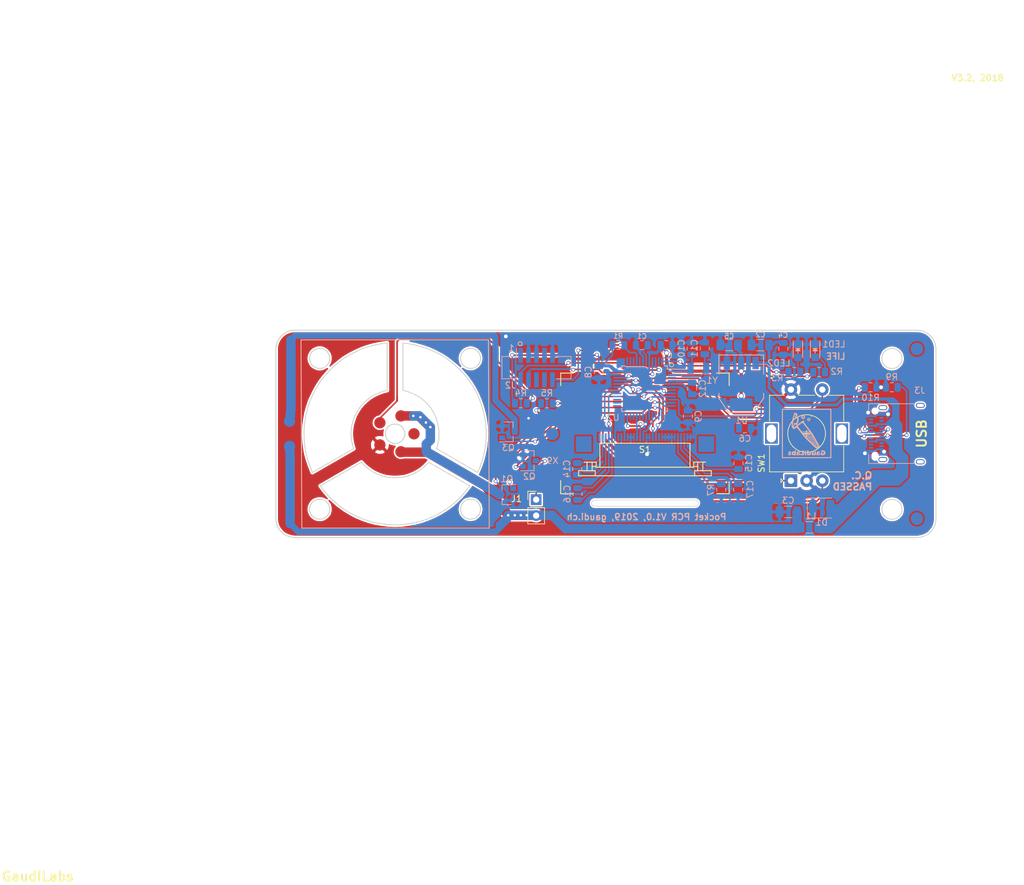
<source format=kicad_pcb>
(kicad_pcb (version 20171130) (host pcbnew 5.0.2-bee76a0~70~ubuntu18.04.1)
  (layers (0 F.Cu signal) (31 B.Cu signal) (34 B.Paste user) (35 F.Paste user) (36 B.SilkS user) (37 F.SilkS user) (38 B.Mask user) (39 F.Mask user) (44 Edge.Cuts user))
  (net 0 "")
  (net 1 GND)
  (net 2 "Net-(LED1-Pad2)")
  (net 3 DISP_CS)
  (net 4 DISP_RES)
  (net 5 "Net-(LED2-Pad2)")
  (net 6 DISP_SCL)
  (net 7 DISP_SDA)
  (net 8 DISP_DC)
  (net 9 RX_LED)
  (net 10 +3V3)
  (net 11 AREF)
  (net 12 RESET)
  (net 13 SWDIO)
  (net 14 SWCLK)
  (net 15 V_USB)
  (net 16 "Net-(C10-Pad2)")
  (net 17 "Net-(C14-Pad1)")
  (net 18 "Net-(C14-Pad2)")
  (net 19 "Net-(C11-Pad2)")
  (net 20 "Net-(C16-Pad1)")
  (net 21 "Net-(C16-Pad2)")
  (net 22 "Net-(C17-Pad1)")
  (net 23 "Net-(R7-Pad1)")
  (net 24 "Net-(C1-Pad1)")
  (net 25 "Net-(J1-Pad1)")
  (net 26 "Net-(J3-PadS1)")
  (net 27 "Net-(J3-PadA5)")
  (net 28 D+)
  (net 29 D-)
  (net 30 "Net-(J3-PadB5)")
  (net 31 VSENS)
  (net 32 SW1)
  (net 33 BLOCK)
  (net 34 FAN)
  (net 35 LID)
  (net 36 ENC1)
  (net 37 "Net-(C15-Pad1)")
  (net 38 ENC2)
  (net 39 "Net-(Q3-Pad3)")
  (net 40 TEMP_BLOCK)
  (net 41 "Net-(C3-Pad1)")
  (net 42 "Net-(R5-Pad1)")
  (module Inductor_SMD:L_1206_3216Metric (layer B.Cu) (at 165.899 114.874)
    (fp_text reference L1 (at 0.233 -1.791) (layer B.SilkS) (effects (justify mirror)))
    (fp_text value L)
    (pad 1 smd roundrect (at -1.4 0) (size 1.25 1.75) (layers B.Cu B.Paste B.Mask) (roundrect_rratio 0.2) (net 41 "Net-(C3-Pad1)"))
    (pad 2 smd roundrect (at 1.4 0) (size 1.25 1.75) (layers B.Cu B.Paste B.Mask) (roundrect_rratio 0.2) (net 15 V_USB))
  )
  (module GaudiLabsFootPrints:TQFP-48_7x7mm_Pitch0.5mm (layer B.Cu) (at 139.677 92.811 180)
    (fp_text reference U2 (at 4.999 -4.604 180) (layer B.SilkS) (effects (justify mirror)))
    (fp_text value "SAMD21G18B-A   changed from SAML21")
    (pad 1 smd rect (at -4.35 2.75 180) (size 1.3 0.25) (layers B.Cu B.Paste B.Mask) (net 16 "Net-(C10-Pad2)"))
    (pad 2 smd rect (at -4.35 2.25 180) (size 1.3 0.25) (layers B.Cu B.Paste B.Mask) (net 19 "Net-(C11-Pad2)"))
    (pad 3 smd rect (at -4.35 1.75 180) (size 1.3 0.25) (layers B.Cu B.Paste B.Mask))
    (pad 4 smd rect (at -4.35 1.25 180) (size 1.3 0.25) (layers B.Cu B.Paste B.Mask) (net 11 AREF))
    (pad 5 smd rect (at -4.35 0.75 180) (size 1.3 0.25) (layers B.Cu B.Paste B.Mask) (net 1 GND))
    (pad 6 smd rect (at -4.35 0.25 180) (size 1.3 0.25) (layers B.Cu B.Paste B.Mask) (net 10 +3V3))
    (pad 7 smd rect (at -4.35 -0.25 180) (size 1.3 0.25) (layers B.Cu B.Paste B.Mask))
    (pad 8 smd rect (at -4.35 -0.75 180) (size 1.3 0.25) (layers B.Cu B.Paste B.Mask) (net 40 TEMP_BLOCK))
    (pad 9 smd rect (at -4.35 -1.25 180) (size 1.3 0.25) (layers B.Cu B.Paste B.Mask) (net 42 "Net-(R5-Pad1)"))
    (pad 10 smd rect (at -4.35 -1.75 180) (size 1.3 0.25) (layers B.Cu B.Paste B.Mask) (net 32 SW1))
    (pad 11 smd rect (at -4.35 -2.25 180) (size 1.3 0.25) (layers B.Cu B.Paste B.Mask) (net 33 BLOCK))
    (pad 12 smd rect (at -4.35 -2.75 180) (size 1.3 0.25) (layers B.Cu B.Paste B.Mask) (net 35 LID))
    (pad 13 smd rect (at -2.75 -4.35 90) (size 1.3 0.25) (layers B.Cu B.Paste B.Mask) (net 34 FAN))
    (pad 14 smd rect (at -2.25 -4.35 90) (size 1.3 0.25) (layers B.Cu B.Paste B.Mask))
    (pad 15 smd rect (at -1.75 -4.35 90) (size 1.3 0.25) (layers B.Cu B.Paste B.Mask))
    (pad 16 smd rect (at -1.25 -4.35 90) (size 1.3 0.25) (layers B.Cu B.Paste B.Mask) (net 8 DISP_DC))
    (pad 17 smd rect (at -0.75 -4.35 90) (size 1.3 0.25) (layers B.Cu B.Paste B.Mask) (net 10 +3V3))
    (pad 18 smd rect (at -0.25 -4.35 90) (size 1.3 0.25) (layers B.Cu B.Paste B.Mask) (net 1 GND))
    (pad 19 smd rect (at 0.25 -4.35 90) (size 1.3 0.25) (layers B.Cu B.Paste B.Mask))
    (pad 20 smd rect (at 0.75 -4.35 90) (size 1.3 0.25) (layers B.Cu B.Paste B.Mask))
    (pad 21 smd rect (at 1.25 -4.35 90) (size 1.3 0.25) (layers B.Cu B.Paste B.Mask) (net 3 DISP_CS))
    (pad 22 smd rect (at 1.75 -4.35 90) (size 1.3 0.25) (layers B.Cu B.Paste B.Mask))
    (pad 23 smd rect (at 2.25 -4.35 90) (size 1.3 0.25) (layers B.Cu B.Paste B.Mask))
    (pad 24 smd rect (at 2.75 -4.35 90) (size 1.3 0.25) (layers B.Cu B.Paste B.Mask) (net 4 DISP_RES))
    (pad 25 smd rect (at 4.35 -2.75 180) (size 1.3 0.25) (layers B.Cu B.Paste B.Mask))
    (pad 26 smd rect (at 4.35 -2.25 180) (size 1.3 0.25) (layers B.Cu B.Paste B.Mask))
    (pad 27 smd rect (at 4.35 -1.75 180) (size 1.3 0.25) (layers B.Cu B.Paste B.Mask))
    (pad 28 smd rect (at 4.35 -1.25 180) (size 1.3 0.25) (layers B.Cu B.Paste B.Mask))
    (pad 29 smd rect (at 4.35 -0.75 180) (size 1.3 0.25) (layers B.Cu B.Paste B.Mask) (net 36 ENC1))
    (pad 30 smd rect (at 4.35 -0.25 180) (size 1.3 0.25) (layers B.Cu B.Paste B.Mask) (net 38 ENC2))
    (pad 31 smd rect (at 4.35 0.25 180) (size 1.3 0.25) (layers B.Cu B.Paste B.Mask) (net 7 DISP_SDA))
    (pad 32 smd rect (at 4.35 0.75 180) (size 1.3 0.25) (layers B.Cu B.Paste B.Mask) (net 6 DISP_SCL))
    (pad 33 smd rect (at 4.35 1.25 180) (size 1.3 0.25) (layers B.Cu B.Paste B.Mask) (net 29 D-))
    (pad 34 smd rect (at 4.35 1.75 180) (size 1.3 0.25) (layers B.Cu B.Paste B.Mask) (net 28 D+))
    (pad 35 smd rect (at 4.35 2.25 180) (size 1.3 0.25) (layers B.Cu B.Paste B.Mask) (net 1 GND))
    (pad 36 smd rect (at 4.35 2.75 180) (size 1.3 0.25) (layers B.Cu B.Paste B.Mask) (net 10 +3V3))
    (pad 37 smd rect (at 2.75 4.35 90) (size 1.3 0.25) (layers B.Cu B.Paste B.Mask))
    (pad 38 smd rect (at 2.25 4.35 90) (size 1.3 0.25) (layers B.Cu B.Paste B.Mask))
    (pad 39 smd rect (at 1.75 4.35 90) (size 1.3 0.25) (layers B.Cu B.Paste B.Mask))
    (pad 40 smd rect (at 1.25 4.35 90) (size 1.3 0.25) (layers B.Cu B.Paste B.Mask) (net 12 RESET))
    (pad 41 smd rect (at 0.75 4.35 90) (size 1.3 0.25) (layers B.Cu B.Paste B.Mask))
    (pad 42 smd rect (at 0.25 4.35 90) (size 1.3 0.25) (layers B.Cu B.Paste B.Mask) (net 1 GND))
    (pad 43 smd rect (at -0.25 4.35 90) (size 1.3 0.25) (layers B.Cu B.Paste B.Mask) (net 24 "Net-(C1-Pad1)"))
    (pad 44 smd rect (at -0.75 4.35 90) (size 1.3 0.25) (layers B.Cu B.Paste B.Mask) (net 10 +3V3))
    (pad 45 smd rect (at -1.25 4.35 90) (size 1.3 0.25) (layers B.Cu B.Paste B.Mask) (net 14 SWCLK))
    (pad 46 smd rect (at -1.75 4.35 90) (size 1.3 0.25) (layers B.Cu B.Paste B.Mask) (net 13 SWDIO))
    (pad 47 smd rect (at -2.25 4.35 90) (size 1.3 0.25) (layers B.Cu B.Paste B.Mask))
    (pad 48 smd rect (at -2.75 4.35 90) (size 1.3 0.25) (layers B.Cu B.Paste B.Mask) (net 9 RX_LED))
  )
  (module GaudiLabsFootPrints:OLED_096_1_Flip (layer F.Cu) (at 139.737 99.53)
    (fp_text reference S1 (at 0 2.984) (layer F.SilkS))
    (fp_text value OLED_DISPLAY)
    (pad 30 smd rect (at 7.25 1) (size 0.3 1.25) (layers B.Cu B.Paste B.Mask) (net 1 GND))
    (pad 26 smd rect (at 5.25 1) (size 0.3 1.25) (layers B.Cu B.Paste B.Mask) (net 23 "Net-(R7-Pad1)"))
    (pad 27 smd rect (at 5.75 1) (size 0.3 1.25) (layers B.Cu B.Paste B.Mask) (net 22 "Net-(C17-Pad1)"))
    (pad 29 smd rect (at 6.75 1) (size 0.3 1.25) (layers B.Cu B.Paste B.Mask) (net 1 GND))
    (pad 28 smd rect (at 6.25 1) (size 0.3 1.25) (layers B.Cu B.Paste B.Mask) (net 37 "Net-(C15-Pad1)"))
    (pad 24 smd rect (at 4.25 1) (size 0.3 1.25) (layers B.Cu B.Paste B.Mask) (net 1 GND))
    (pad 25 smd rect (at 4.75 1) (size 0.3 1.25) (layers B.Cu B.Paste B.Mask) (net 1 GND))
    (pad 23 smd rect (at 3.75 1) (size 0.3 1.25) (layers B.Cu B.Paste B.Mask) (net 1 GND))
    (pad 22 smd rect (at 3.25 1) (size 0.3 1.25) (layers B.Cu B.Paste B.Mask) (net 1 GND))
    (pad 16 smd rect (at 0.25 1) (size 0.3 1.25) (layers B.Cu B.Paste B.Mask) (net 1 GND))
    (pad 17 smd rect (at 0.75 1) (size 0.3 1.25) (layers B.Cu B.Paste B.Mask) (net 1 GND))
    (pad 19 smd rect (at 1.75 1) (size 0.3 1.25) (layers B.Cu B.Paste B.Mask) (net 7 DISP_SDA))
    (pad 18 smd rect (at 1.25 1) (size 0.3 1.25) (layers B.Cu B.Paste B.Mask) (net 6 DISP_SCL))
    (pad 21 smd rect (at 2.75 1) (size 0.3 1.25) (layers B.Cu B.Paste B.Mask) (net 1 GND))
    (pad 20 smd rect (at 2.25 1) (size 0.3 1.25) (layers B.Cu B.Paste B.Mask))
    (pad 5 smd rect (at -5.25 1) (size 0.3 1.25) (layers B.Cu B.Paste B.Mask) (net 21 "Net-(C16-Pad2)"))
    (pad 6 smd rect (at -4.75 1) (size 0.3 1.25) (layers B.Cu B.Paste B.Mask) (net 10 +3V3))
    (pad 3 smd rect (at -6.25 1) (size 0.3 1.25) (layers B.Cu B.Paste B.Mask) (net 18 "Net-(C14-Pad2)"))
    (pad 4 smd rect (at -5.75 1) (size 0.3 1.25) (layers B.Cu B.Paste B.Mask) (net 20 "Net-(C16-Pad1)"))
    (pad 2 smd rect (at -6.75 1) (size 0.3 1.25) (layers B.Cu B.Paste B.Mask) (net 17 "Net-(C14-Pad1)"))
    (pad 1 smd rect (at -7.25 1) (size 0.3 1.25) (layers B.Cu B.Paste B.Mask))
    (pad 7 smd rect (at -4.25 1) (size 0.3 1.25) (layers B.Cu B.Paste B.Mask))
    (pad 8 smd rect (at -3.75 1) (size 0.3 1.25) (layers B.Cu B.Paste B.Mask) (net 1 GND))
    (pad 10 smd rect (at -2.75 1) (size 0.3 1.25) (layers B.Cu B.Paste B.Mask) (net 1 GND))
    (pad 9 smd rect (at -3.25 1) (size 0.3 1.25) (layers B.Cu B.Paste B.Mask) (net 10 +3V3))
    (pad 13 smd rect (at -1.25 1) (size 0.3 1.25) (layers B.Cu B.Paste B.Mask) (net 3 DISP_CS))
    (pad 14 smd rect (at -0.75 1) (size 0.3 1.25) (layers B.Cu B.Paste B.Mask) (net 4 DISP_RES))
    (pad 12 smd rect (at -1.75 1) (size 0.3 1.25) (layers B.Cu B.Paste B.Mask) (net 1 GND))
    (pad 11 smd rect (at -2.25 1) (size 0.3 1.25) (layers B.Cu B.Paste B.Mask) (net 1 GND))
    (pad "" smd rect (at -9.75 2.1) (size 2.5 2.5) (layers B.Cu B.Paste B.Mask))
    (pad "" smd rect (at 9.75 2.1) (size 2.5 2.5) (layers B.Cu B.Paste B.Mask))
    (pad 15 smd rect (at -0.25 1) (size 0.3 1.25) (layers B.Cu B.Paste B.Mask) (net 8 DISP_DC))
  )
  (module Crystals:Crystal_SMD_3215-2pin_3.2x1.5mm (layer B.Cu) (at 148.244 89.5664 180)
    (fp_text reference Y1 (at -2.182 -1.93) (layer B.SilkS) (effects (justify mirror)))
    (fp_text value 32.765)
    (pad 2 smd rect (at -1.25 0 180) (size 1 1.8) (layers B.Cu B.Paste B.Mask) (net 19 "Net-(C11-Pad2)"))
    (pad 1 smd rect (at 1.25 0 180) (size 1 1.8) (layers B.Cu B.Paste B.Mask) (net 16 "Net-(C10-Pad2)"))
  )
  (module LEDs:LED-0805 (layer B.Cu) (at 164.077 86.78002 270)
    (fp_text reference LED2 (at 1.96998 3.027) (layer B.SilkS) (effects (justify mirror)))
    (fp_text value LED)
    (pad 2 smd rect (at 1.04902 0 90) (size 1.19888 1.19888) (layers B.Cu B.Paste B.Mask) (net 5 "Net-(LED2-Pad2)"))
    (pad 1 smd rect (at -1.04902 0 90) (size 1.19888 1.19888) (layers B.Cu B.Paste B.Mask) (net 1 GND))
  )
  (module LEDs:LED-0805 (layer B.Cu) (at 166.807 86.78002 270)
    (fp_text reference LED1 (at -1.04702 -2.974) (layer B.SilkS) (effects (justify mirror)))
    (fp_text value LED)
    (pad 2 smd rect (at 1.04902 0 90) (size 1.19888 1.19888) (layers B.Cu B.Paste B.Mask) (net 2 "Net-(LED1-Pad2)"))
    (pad 1 smd rect (at -1.04902 0 90) (size 1.19888 1.19888) (layers B.Cu B.Paste B.Mask) (net 1 GND))
  )
  (module GaudiLabsFootPrints:SOT-223 (layer B.Cu) (at 155.057 92.027)
    (fp_text reference U1 (at 0.0426 5.8452 180) (layer B.SilkS) (effects (justify mirror)))
    (fp_text value TLV1117-33)
    (pad 2 smd rect (at 0 3.302) (size 3.6576 2.032) (layers B.Cu B.Paste B.Mask) (net 10 +3V3))
    (pad 2 smd rect (at 0 -3.302) (size 1.016 2.032) (layers B.Cu B.Paste B.Mask) (net 10 +3V3))
    (pad 3 smd rect (at 2.286 -3.302) (size 1.016 2.032) (layers B.Cu B.Paste B.Mask) (net 15 V_USB))
    (pad 1 smd rect (at -2.286 -3.302) (size 1.016 2.032) (layers B.Cu B.Paste B.Mask) (net 1 GND))
  )
  (module Connectors_USB:USB_C_Receptacle_Amphenol_12401610E4-2A (layer B.Cu) (at 180.697 99.965 270)
    (fp_text reference J3 (at -6.868 -2.749) (layer B.SilkS) (effects (justify mirror)))
    (fp_text value USB_C_Receptacle)
    (pad S1 thru_hole oval (at -4.13 3.11 270) (size 0.8 1.4) (drill oval 0.5 1.1) (layers *.Cu *.Mask) (net 26 "Net-(J3-PadS1)"))
    (pad A1 smd rect (at -2.75 5.02 270) (size 0.3 0.7) (layers B.Cu B.Paste B.Mask) (net 1 GND))
    (pad A2 smd rect (at -2.25 5.02 270) (size 0.3 0.7) (layers B.Cu B.Paste B.Mask))
    (pad A3 smd rect (at -1.75 5.02 270) (size 0.3 0.7) (layers B.Cu B.Paste B.Mask))
    (pad A4 smd rect (at -1.25 5.02 270) (size 0.3 0.7) (layers B.Cu B.Paste B.Mask) (net 15 V_USB))
    (pad A5 smd rect (at -0.75 5.02 270) (size 0.3 0.7) (layers B.Cu B.Paste B.Mask) (net 27 "Net-(J3-PadA5)"))
    (pad A6 smd rect (at -0.25 5.02 270) (size 0.3 0.7) (layers B.Cu B.Paste B.Mask) (net 28 D+))
    (pad A7 smd rect (at 0.25 5.02 270) (size 0.3 0.7) (layers B.Cu B.Paste B.Mask) (net 29 D-))
    (pad A12 smd rect (at 2.75 5.02 270) (size 0.3 0.7) (layers B.Cu B.Paste B.Mask) (net 1 GND))
    (pad A10 smd rect (at 1.75 5.02 270) (size 0.3 0.7) (layers B.Cu B.Paste B.Mask))
    (pad A9 smd rect (at 1.25 5.02 270) (size 0.3 0.7) (layers B.Cu B.Paste B.Mask) (net 15 V_USB))
    (pad A8 smd rect (at 0.75 5.02 270) (size 0.3 0.7) (layers B.Cu B.Paste B.Mask))
    (pad A11 smd rect (at 2.25 5.02 270) (size 0.3 0.7) (layers B.Cu B.Paste B.Mask))
    (pad B1 smd rect (at 2.5 3.32 270) (size 0.3 0.7) (layers B.Cu B.Paste B.Mask) (net 1 GND))
    (pad S1 thru_hole oval (at 4.13 3.11 270) (size 0.8 1.4) (drill oval 0.5 1.1) (layers *.Cu *.Mask) (net 26 "Net-(J3-PadS1)"))
    (pad S1 thru_hole oval (at 4.49 -2.84 270) (size 0.8 1.4) (drill oval 0.5 1.1) (layers *.Cu *.Mask) (net 26 "Net-(J3-PadS1)"))
    (pad S1 thru_hole oval (at -4.49 -2.84 270) (size 0.8 1.4) (drill oval 0.5 1.1) (layers *.Cu *.Mask) (net 26 "Net-(J3-PadS1)"))
    (pad "" np_thru_hole oval (at 3.6 4.36 270) (size 0.95 0.65) (drill oval 0.95 0.65) (layers *.Cu *.Mask))
    (pad "" np_thru_hole circle (at -3.6 4.36 270) (size 0.65 0.65) (drill 0.65) (layers *.Cu *.Mask))
    (pad B2 smd rect (at 2 3.32 270) (size 0.3 0.7) (layers B.Cu B.Paste B.Mask))
    (pad B3 smd rect (at 1.5 3.32 270) (size 0.3 0.7) (layers B.Cu B.Paste B.Mask))
    (pad B4 smd rect (at 1 3.32 270) (size 0.3 0.7) (layers B.Cu B.Paste B.Mask) (net 15 V_USB))
    (pad B5 smd rect (at 0.5 3.32 270) (size 0.3 0.7) (layers B.Cu B.Paste B.Mask) (net 30 "Net-(J3-PadB5)"))
    (pad B6 smd rect (at 0 3.32 270) (size 0.3 0.7) (layers B.Cu B.Paste B.Mask) (net 28 D+))
    (pad B7 smd rect (at -0.5 3.32 270) (size 0.3 0.7) (layers B.Cu B.Paste B.Mask) (net 29 D-))
    (pad B8 smd rect (at -1 3.32 270) (size 0.3 0.7) (layers B.Cu B.Paste B.Mask))
    (pad B9 smd rect (at -1.5 3.32 270) (size 0.3 0.7) (layers B.Cu B.Paste B.Mask) (net 15 V_USB))
    (pad B10 smd rect (at -2 3.32 270) (size 0.3 0.7) (layers B.Cu B.Paste B.Mask))
    (pad B11 smd rect (at -2.5 3.32 270) (size 0.3 0.7) (layers B.Cu B.Paste B.Mask))
    (pad B12 smd rect (at -3 3.32 270) (size 0.3 0.7) (layers B.Cu B.Paste B.Mask) (net 1 GND))
  )
  (module GaudiLabsFootPrints:Pin_Header_Straight_2x05_Pitch1.27mm_SMD (layer B.Cu) (at 122.486 89.459 270)
    (fp_text reference J2 (at 2.8194 4.155) (layer B.SilkS) (effects (justify mirror)))
    (fp_text value Conn_02x05_Odd_Even)
    (fp_text user 1 (at -3.1 4 180) (layer B.SilkS) (effects (justify mirror)))
    (pad 10 smd rect (at 1.95 -2.54 270) (size 2.4 0.74) (layers B.Cu B.Paste B.Mask) (net 12 RESET))
    (pad 9 smd rect (at -1.95 -2.54 270) (size 2.4 0.74) (layers B.Cu B.Paste B.Mask) (net 1 GND))
    (pad 8 smd rect (at 1.95 -1.27 270) (size 2.4 0.74) (layers B.Cu B.Paste B.Mask))
    (pad 7 smd rect (at -1.95 -1.27 270) (size 2.4 0.74) (layers B.Cu B.Paste B.Mask))
    (pad 6 smd rect (at 1.95 0 270) (size 2.4 0.74) (layers B.Cu B.Paste B.Mask))
    (pad 5 smd rect (at -1.95 0 270) (size 2.4 0.74) (layers B.Cu B.Paste B.Mask) (net 1 GND))
    (pad 4 smd rect (at 1.95 1.27 270) (size 2.4 0.74) (layers B.Cu B.Paste B.Mask) (net 14 SWCLK))
    (pad 3 smd rect (at -1.95 1.27 270) (size 2.4 0.74) (layers B.Cu B.Paste B.Mask) (net 1 GND))
    (pad 2 smd rect (at 1.95 2.54 270) (size 2.4 0.74) (layers B.Cu B.Paste B.Mask) (net 13 SWDIO))
    (pad 1 smd rect (at -1.95 2.54 270) (size 2.4 0.74) (layers B.Cu B.Paste B.Mask) (net 10 +3V3))
  )
  (module GaudiLabsFootPrints:RotaryEncoder_Alps_EC11E-Switch_Vertical_H20mm (layer F.Cu) (at 162.957 107.455 90)
    (fp_text reference SW1 (at 2.8 -4.7 90) (layer F.SilkS))
    (fp_text value Rotary_Encoder_Switch)
    (pad S1 thru_hole circle (at 14.5 5 90) (size 2 2) (drill 1) (layers *.Cu *.Mask) (net 32 SW1))
    (pad S2 thru_hole circle (at 14.5 0 90) (size 2 2) (drill 1) (layers *.Cu *.Mask) (net 1 GND))
    (pad MP thru_hole rect (at 7.5 8.1 90) (size 3.2 2) (drill oval 2.8 1.5) (layers *.Cu *.Mask))
    (pad MP thru_hole rect (at 7.5 -3.1 90) (size 3.2 2) (drill oval 2.8 1.5) (layers *.Cu *.Mask))
    (pad B thru_hole circle (at 0 5 90) (size 2 2) (drill 1) (layers *.Cu *.Mask) (net 38 ENC2))
    (pad C thru_hole circle (at 0 2.5 90) (size 2 2) (drill 1) (layers *.Cu *.Mask) (net 1 GND))
    (pad A thru_hole rect (at 0 0 90) (size 2 2) (drill 1) (layers *.Cu *.Mask) (net 36 ENC1))
  )
  (module Package_TO_SOT_SMD:SOT-23 (layer B.Cu) (at 121.343 104.273)
    (fp_text reference Q2 (at 0 2.5) (layer B.SilkS) (effects (justify mirror)))
    (fp_text value Q_NMOS_GSD)
    (pad 1 smd rect (at -1 0.95) (size 0.9 0.8) (layers B.Cu B.Paste B.Mask) (net 34 FAN))
    (pad 2 smd rect (at -1 -0.95) (size 0.9 0.8) (layers B.Cu B.Paste B.Mask) (net 1 GND))
    (pad 3 smd rect (at 1 0) (size 0.9 0.8) (layers B.Cu B.Paste B.Mask) (net 25 "Net-(J1-Pad1)"))
  )
  (module Package_TO_SOT_SMD:SOT-23 (layer B.Cu) (at 117.7776 109.673 180)
    (fp_text reference Q1 (at 0 2.5 180) (layer B.SilkS) (effects (justify mirror)))
    (fp_text value Q_NMOS_GSD)
    (pad 1 smd rect (at -1 0.95 180) (size 0.9 0.8) (layers B.Cu B.Paste B.Mask) (net 33 BLOCK))
    (pad 2 smd rect (at -1 -0.95 180) (size 0.9 0.8) (layers B.Cu B.Paste B.Mask) (net 1 GND))
    (pad 3 smd rect (at 1 0 180) (size 0.9 0.8) (layers B.Cu B.Paste B.Mask) (net 31 VSENS))
  )
  (module Package_TO_SOT_SMD:SOT-23 (layer B.Cu) (at 118.0156 99.701)
    (fp_text reference Q3 (at 0 2.5) (layer B.SilkS) (effects (justify mirror)))
    (fp_text value Q_NMOS_GSD)
    (pad 1 smd rect (at -1 0.95) (size 0.9 0.8) (layers B.Cu B.Paste B.Mask) (net 35 LID))
    (pad 2 smd rect (at -1 -0.95) (size 0.9 0.8) (layers B.Cu B.Paste B.Mask) (net 1 GND))
    (pad 3 smd rect (at 1 0) (size 0.9 0.8) (layers B.Cu B.Paste B.Mask) (net 39 "Net-(Q3-Pad3)"))
  )
  (module Connector_PinHeader_2.54mm:PinHeader_1x02_P2.54mm_Vertical (layer F.Cu) (at 122.4352 110.4706)
    (fp_text reference J1 (at -3.129 -0.127) (layer F.SilkS))
    (fp_text value Conn_01x02_Male)
    (pad 1 thru_hole rect (at 0 0) (size 1.7 1.7) (drill 1) (layers *.Cu *.Mask) (net 25 "Net-(J1-Pad1)"))
    (pad 2 thru_hole oval (at 0 2.54) (size 1.7 1.7) (drill 1) (layers *.Cu *.Mask) (net 41 "Net-(C3-Pad1)"))
  )
  (module Capacitor_SMD:C_1206_3216Metric (layer B.Cu) (at 158.075 85.875 180)
    (fp_text reference C2 (at -0.025 1.65 180) (layer B.SilkS) (effects (font (size 0.8 0.8)) (justify mirror)))
    (fp_text value 100uF,35V)
    (pad 1 smd roundrect (at -1.4 0 180) (size 1.25 1.75) (layers B.Cu B.Paste B.Mask) (roundrect_rratio 0.2) (net 15 V_USB))
    (pad 2 smd roundrect (at 1.4 0 180) (size 1.25 1.75) (layers B.Cu B.Paste B.Mask) (roundrect_rratio 0.2) (net 1 GND))
  )
  (module Capacitor_SMD:C_1206_3216Metric (layer B.Cu) (at 162.5418 112.4264 180)
    (fp_text reference C3 (at 0 1.82 180) (layer B.SilkS) (effects (justify mirror)))
    (fp_text value 22uF)
    (pad 1 smd roundrect (at -1.4 0 180) (size 1.25 1.75) (layers B.Cu B.Paste B.Mask) (roundrect_rratio 0.2) (net 41 "Net-(C3-Pad1)"))
    (pad 2 smd roundrect (at 1.4 0 180) (size 1.25 1.75) (layers B.Cu B.Paste B.Mask) (roundrect_rratio 0.2) (net 1 GND))
  )
  (module Capacitor_SMD:C_0805_2012Metric (layer B.Cu) (at 161.75 86.475 90)
    (fp_text reference C4 (at 2.175 -0.05 180) (layer B.SilkS) (effects (font (size 0.8 0.8)) (justify mirror)))
    (fp_text value 1uF)
    (pad 1 smd roundrect (at -0.9375 0 90) (size 0.975 1.4) (layers B.Cu B.Paste B.Mask) (net 1 GND))
    (pad 2 smd roundrect (at 0.9375 0 90) (size 0.975 1.4) (layers B.Cu B.Paste B.Mask) (net 15 V_USB))
  )
  (module Capacitor_SMD:C_0805_2012Metric (layer B.Cu) (at 155.643 99.098)
    (fp_text reference C6 (at 0 1.65) (layer B.SilkS) (effects (justify mirror)))
    (fp_text value 100nF)
    (pad 2 smd roundrect (at 0.9375 0) (size 0.975 1.4) (layers B.Cu B.Paste B.Mask) (net 1 GND))
    (pad 1 smd roundrect (at -0.9375 0) (size 0.975 1.4) (layers B.Cu B.Paste B.Mask) (net 10 +3V3))
  )
  (module Resistor_SMD:R_0805_2012Metric (layer B.Cu) (at 119.993 95.124 180)
    (fp_text reference R4 (at 0 1.65 180) (layer B.SilkS) (effects (justify mirror)))
    (fp_text value 390k)
    (pad 1 smd roundrect (at -0.9375 0 180) (size 0.975 1.4) (layers B.Cu B.Paste B.Mask) (net 40 TEMP_BLOCK))
    (pad 2 smd roundrect (at 0.9375 0 180) (size 0.975 1.4) (layers B.Cu B.Paste B.Mask) (net 10 +3V3))
  )
  (module Capacitor_SMD:C_0805_2012Metric (layer B.Cu) (at 139.25 85.8834 180)
    (fp_text reference C1 (at 0 1.4084 180) (layer B.SilkS) (effects (font (size 0.8 0.8)) (justify mirror)))
    (fp_text value 1uF)
    (pad 2 smd roundrect (at 0.9375 0 180) (size 0.975 1.4) (layers B.Cu B.Paste B.Mask) (net 1 GND))
    (pad 1 smd roundrect (at -0.9375 0 180) (size 0.975 1.4) (layers B.Cu B.Paste B.Mask) (net 24 "Net-(C1-Pad1)"))
  )
  (module Capacitor_SMD:C_1206_3216Metric (layer B.Cu) (at 153.137 85.85 180)
    (fp_text reference C5 (at 0.012 1.41 180) (layer B.SilkS) (effects (font (size 0.8 0.8)) (justify mirror)))
    (fp_text value 22uF)
    (pad 1 smd roundrect (at -1.4 0 180) (size 1.25 1.75) (layers B.Cu B.Paste B.Mask) (roundrect_rratio 0.2) (net 10 +3V3))
    (pad 2 smd roundrect (at 1.4 0 180) (size 1.25 1.75) (layers B.Cu B.Paste B.Mask) (roundrect_rratio 0.2) (net 1 GND))
  )
  (module Capacitor_SMD:C_0805_2012Metric (layer B.Cu) (at 143.171 85.8834)
    (fp_text reference C7 (at 0 1.65) (layer B.SilkS) (effects (justify mirror)))
    (fp_text value 100nF)
    (pad 1 smd roundrect (at -0.9375 0) (size 0.975 1.4) (layers B.Cu B.Paste B.Mask) (net 10 +3V3))
    (pad 2 smd roundrect (at 0.9375 0) (size 0.975 1.4) (layers B.Cu B.Paste B.Mask) (net 1 GND))
  )
  (module Capacitor_SMD:C_0805_2012Metric (layer B.Cu) (at 132.392 90.176 270)
    (fp_text reference C8 (at 0 1.65 270) (layer B.SilkS) (effects (justify mirror)))
    (fp_text value 100nF)
    (pad 1 smd roundrect (at -0.9375 0 270) (size 0.975 1.4) (layers B.Cu B.Paste B.Mask) (net 10 +3V3))
    (pad 2 smd roundrect (at 0.9375 0 270) (size 0.975 1.4) (layers B.Cu B.Paste B.Mask) (net 1 GND))
  )
  (module Capacitor_SMD:C_0805_2012Metric (layer B.Cu) (at 146.577 97.215 90)
    (fp_text reference C9 (at 0 1.65 90) (layer B.SilkS) (effects (justify mirror)))
    (fp_text value 100nF)
    (pad 2 smd roundrect (at 0.9375 0 90) (size 0.975 1.4) (layers B.Cu B.Paste B.Mask) (net 10 +3V3))
    (pad 1 smd roundrect (at -0.9375 0 90) (size 0.975 1.4) (layers B.Cu B.Paste B.Mask) (net 1 GND))
  )
  (module Capacitor_SMD:C_0805_2012Metric (layer B.Cu) (at 147.1748 86.4168 270)
    (fp_text reference C10 (at 0 1.65 270) (layer B.SilkS) (effects (justify mirror)))
    (fp_text value 22pF)
    (pad 2 smd roundrect (at 0.9375 0 270) (size 0.975 1.4) (layers B.Cu B.Paste B.Mask) (net 16 "Net-(C10-Pad2)"))
    (pad 1 smd roundrect (at -0.9375 0 270) (size 0.975 1.4) (layers B.Cu B.Paste B.Mask) (net 1 GND))
  )
  (module Capacitor_SMD:C_0805_2012Metric (layer B.Cu) (at 149.2576 86.3914 270)
    (fp_text reference C11 (at 0 1.65 270) (layer B.SilkS) (effects (justify mirror)))
    (fp_text value 22pF)
    (pad 1 smd roundrect (at -0.9375 0 270) (size 0.975 1.4) (layers B.Cu B.Paste B.Mask) (net 1 GND))
    (pad 2 smd roundrect (at 0.9375 0 270) (size 0.975 1.4) (layers B.Cu B.Paste B.Mask) (net 19 "Net-(C11-Pad2)"))
  )
  (module Capacitor_SMD:C_0805_2012Metric (layer B.Cu) (at 147.251 92.7922 90)
    (fp_text reference C12 (at 0 1.65 90) (layer B.SilkS) (effects (justify mirror)))
    (fp_text value 1uF)
    (pad 1 smd roundrect (at -0.9375 0 90) (size 0.975 1.4) (layers B.Cu B.Paste B.Mask) (net 1 GND))
    (pad 2 smd roundrect (at 0.9375 0 90) (size 0.975 1.4) (layers B.Cu B.Paste B.Mask) (net 11 AREF))
  )
  (module Capacitor_SMD:C_0805_2012Metric (layer B.Cu) (at 128.963 105.5938 270)
    (fp_text reference C14 (at 0 1.65 270) (layer B.SilkS) (effects (justify mirror)))
    (fp_text value 1uF)
    (pad 1 smd roundrect (at -0.9375 0 270) (size 0.975 1.4) (layers B.Cu B.Paste B.Mask) (net 17 "Net-(C14-Pad1)"))
    (pad 2 smd roundrect (at 0.9375 0 270) (size 0.975 1.4) (layers B.Cu B.Paste B.Mask) (net 18 "Net-(C14-Pad2)"))
  )
  (module Capacitor_SMD:C_0805_2012Metric (layer B.Cu) (at 154.617 104.654 90)
    (fp_text reference C15 (at 0 1.65 90) (layer B.SilkS) (effects (justify mirror)))
    (fp_text value 2.2uF)
    (pad 2 smd roundrect (at 0.9375 0 90) (size 0.975 1.4) (layers B.Cu B.Paste B.Mask) (net 1 GND))
    (pad 1 smd roundrect (at -0.9375 0 90) (size 0.975 1.4) (layers B.Cu B.Paste B.Mask) (net 37 "Net-(C15-Pad1)"))
  )
  (module Capacitor_SMD:C_0805_2012Metric (layer B.Cu) (at 129.0138 109.5816 270)
    (fp_text reference C16 (at 0 1.65 270) (layer B.SilkS) (effects (justify mirror)))
    (fp_text value 1uF)
    (pad 2 smd roundrect (at 0.9375 0 270) (size 0.975 1.4) (layers B.Cu B.Paste B.Mask) (net 21 "Net-(C16-Pad2)"))
    (pad 1 smd roundrect (at -0.9375 0 270) (size 0.975 1.4) (layers B.Cu B.Paste B.Mask) (net 20 "Net-(C16-Pad1)"))
  )
  (module Capacitor_SMD:C_0805_2012Metric (layer B.Cu) (at 154.5662 108.9052 270)
    (fp_text reference C17 (at -0.0802 -1.9088 270) (layer B.SilkS) (effects (justify mirror)))
    (fp_text value 2.2uF)
    (pad 1 smd roundrect (at -0.9375 0 270) (size 0.975 1.4) (layers B.Cu B.Paste B.Mask) (net 22 "Net-(C17-Pad1)"))
    (pad 2 smd roundrect (at 0.9375 0 270) (size 0.975 1.4) (layers B.Cu B.Paste B.Mask) (net 1 GND))
  )
  (module Resistor_SMD:R_0805_2012Metric (layer B.Cu) (at 135.506 85.858 180)
    (fp_text reference R1 (at 0.031 1.408 180) (layer B.SilkS) (effects (font (size 0.8 0.8)) (justify mirror)))
    (fp_text value 10k)
    (pad 1 smd roundrect (at -0.9375 0 180) (size 0.975 1.4) (layers B.Cu B.Paste B.Mask) (net 12 RESET))
    (pad 2 smd roundrect (at 0.9375 0 180) (size 0.975 1.4) (layers B.Cu B.Paste B.Mask) (net 10 +3V3))
  )
  (module Resistor_SMD:R_0805_2012Metric (layer B.Cu) (at 167.444 90.176)
    (fp_text reference R2 (at 2.806 -0.101) (layer B.SilkS) (effects (justify mirror)))
    (fp_text value 390)
    (pad 1 smd roundrect (at -0.9375 0) (size 0.975 1.4) (layers B.Cu B.Paste B.Mask) (net 10 +3V3))
    (pad 2 smd roundrect (at 0.9375 0) (size 0.975 1.4) (layers B.Cu B.Paste B.Mask) (net 2 "Net-(LED1-Pad2)"))
  )
  (module Resistor_SMD:R_0805_2012Metric (layer B.Cu) (at 163.507 90.165)
    (fp_text reference R3 (at -2.732 0.935) (layer B.SilkS) (effects (justify mirror)))
    (fp_text value 390)
    (pad 2 smd roundrect (at 0.9375 0) (size 0.975 1.4) (layers B.Cu B.Paste B.Mask) (net 5 "Net-(LED2-Pad2)"))
    (pad 1 smd roundrect (at -0.9375 0) (size 0.975 1.4) (layers B.Cu B.Paste B.Mask) (net 9 RX_LED))
  )
  (module Resistor_SMD:R_0805_2012Metric (layer B.Cu) (at 151.8738 108.9306 270)
    (fp_text reference R7 (at 0 1.65 270) (layer B.SilkS) (effects (justify mirror)))
    (fp_text value 390k)
    (pad 2 smd roundrect (at 0.9375 0 270) (size 0.975 1.4) (layers B.Cu B.Paste B.Mask) (net 1 GND))
    (pad 1 smd roundrect (at -0.9375 0 270) (size 0.975 1.4) (layers B.Cu B.Paste B.Mask) (net 23 "Net-(R7-Pad1)"))
  )
  (module Resistor_SMD:R_0805_2012Metric (layer B.Cu) (at 179.001 92.589 180)
    (fp_text reference R9 (at 0 1.65 180) (layer B.SilkS) (effects (justify mirror)))
    (fp_text value 5k)
    (pad 1 smd roundrect (at -0.9375 0 180) (size 0.975 1.4) (layers B.Cu B.Paste B.Mask) (net 30 "Net-(J3-PadB5)"))
    (pad 2 smd roundrect (at 0.9375 0 180) (size 0.975 1.4) (layers B.Cu B.Paste B.Mask) (net 1 GND))
  )
  (module Resistor_SMD:R_0805_2012Metric (layer B.Cu) (at 175.638 92.589)
    (fp_text reference R10 (at 0 1.65) (layer B.SilkS) (effects (justify mirror)))
    (fp_text value 5k)
    (pad 2 smd roundrect (at 0.9375 0) (size 0.975 1.4) (layers B.Cu B.Paste B.Mask) (net 1 GND))
    (pad 1 smd roundrect (at -0.9375 0) (size 0.975 1.4) (layers B.Cu B.Paste B.Mask) (net 27 "Net-(J3-PadA5)"))
  )
  (module GaudiLabsFootPrints:SolderPad1_8mm (layer F.Cu) (at 97.572949 98.236644)
    (fp_text reference X3 hide)
    (fp_text value PAD)
    (pad 1 smd circle (at 0 0) (size 1.8 1.8) (layers F.Cu F.Paste F.Mask) (net 40 TEMP_BLOCK))
  )
  (module GaudiLabsFootPrints:SolderPad1_8mm (layer B.Cu) (at 83.2 102)
    (fp_text reference X1 hide)
    (fp_text value PAD)
    (pad 1 smd circle (at 0 0) (size 1.8 1.8) (layers B.Cu B.Paste B.Mask) (net 41 "Net-(C3-Pad1)"))
  )
  (module GaudiLabsFootPrints:SolderPad1_8mm (layer F.Cu) (at 100.927051 97.14683)
    (fp_text reference X2 hide)
    (fp_text value PAD)
    (pad 1 smd circle (at 0 0) (size 1.8 1.8) (layers F.Cu F.Paste F.Mask) (net 31 VSENS))
  )
  (module GaudiLabsFootPrints:SolderPad1_8mm (layer F.Cu) (at 100.927051 102.85317)
    (fp_text reference X4 hide)
    (fp_text value PAD)
    (pad 1 smd circle (at 0 0) (size 1.8 1.8) (layers F.Cu F.Paste F.Mask) (net 41 "Net-(C3-Pad1)"))
  )
  (module GaudiLabsFootPrints:SolderPad1_8mm (layer B.Cu) (at 83.2 98)
    (fp_text reference X5 hide)
    (fp_text value PAD)
    (pad 1 smd circle (at 0 0) (size 1.8 1.8) (layers B.Cu B.Paste B.Mask) (net 39 "Net-(Q3-Pad3)"))
  )
  (module GaudiLabsFootPrints:SolderPad1_8mm (layer F.Cu) (at 97.572949 101.763356)
    (fp_text reference X6 hide)
    (fp_text value PAD)
    (pad 1 smd circle (at 0 0) (size 1.8 1.8) (layers F.Cu F.Paste F.Mask) (net 1 GND))
  )
  (module GaudiLabsFootPrints:SolderPad1_8mm (layer F.Cu) (at 104.565 99.953)
    (fp_text reference X7 hide)
    (fp_text value PAD)
    (pad 1 smd circle (at -1.565 0.047) (size 1.8 1.8) (layers F.Cu F.Paste F.Mask))
  )
  (module GaudiLabsLogos:GaudiLabs_8 (layer B.Cu) (at 165.45 99.95 180)
    (fp_text reference G*** hide)
    (fp_text value LOGO hide)
  )
  (module Resistor_SMD:R_0805_2012Metric (layer B.Cu) (at 124.139 95.143 180)
    (fp_text reference R5 (at 0 1.65 180) (layer B.SilkS) (effects (justify mirror)))
    (fp_text value 100k)
    (pad 1 smd roundrect (at -0.9375 0 180) (size 0.975 1.4) (layers B.Cu B.Paste B.Mask) (net 42 "Net-(R5-Pad1)"))
    (pad 2 smd roundrect (at 0.9375 0 180) (size 0.975 1.4) (layers B.Cu B.Paste B.Mask) (net 31 VSENS))
  )
  (module Diode_SMD:D_1210_3225Metric (layer B.Cu) (at 167.847 111.812)
    (fp_text reference D1 (at 0 2.28) (layer B.SilkS) (effects (justify mirror)))
    (fp_text value DIODE)
    (pad 1 smd roundrect (at -1.4 0) (size 1.25 2.65) (layers B.Cu B.Paste B.Mask) (roundrect_rratio 0.2) (net 1 GND))
    (pad 2 smd roundrect (at 1.4 0) (size 1.25 2.65) (layers B.Cu B.Paste B.Mask) (roundrect_rratio 0.2) (net 15 V_USB))
  )
  (module GaudiLabsFootPrints:Fiducial_Cooper (layer B.Cu) (at 125 100)
    (fp_text reference X9 (at 0.03048 4.26974) (layer B.SilkS) (effects (justify mirror)))
    (fp_text value PAD)
    (pad 1 smd circle (at 0 0) (size 2 2) (layers B.Cu B.Mask))
  )
  (module GaudiLabsFootPrints:Fiducial_Cooper (layer B.Cu) (at 183 113.5)
    (fp_text reference X10 hide)
    (fp_text value PAD)
    (pad 1 smd circle (at 0 0) (size 2 2) (layers B.Cu B.Mask))
  )
  (module GaudiLabsFootPrints:Fiducial_Cooper (layer B.Cu) (at 183 86.5)
    (fp_text reference X11 hide)
    (fp_text value PAD)
    (pad 1 smd circle (at 0 0) (size 2 2) (layers B.Cu B.Mask))
  )
  (gr_text "Pocket PCR V1.0, 2019, gaudi.ch" (at 140 113.225) (layer B.SilkS) (effects (font (size 1 1) (thickness 0.2)) (justify mirror)))
  (gr_line (start 183.02644 116.5281) (end 84.037 116.5281) (layer Edge.Cuts) (width 0.15))
  (gr_line (start 86.382931 111.99484) (end 86.418231 111.642062) (layer Edge.Cuts) (width 0.15))
  (gr_line (start 106.949913 100.882341) (end 106.985213 100.10623) (layer Edge.Cuts) (width 0.15))
  (gr_line (start 102.293253 85.677618) (end 103.351583 85.889284) (layer Edge.Cuts) (width 0.15))
  (gr_line (start 112.700213 110.548451) (end 112.982443 110.72484) (layer Edge.Cuts) (width 0.15))
  (gr_line (start 97.848253 114.323173) (end 96.789913 114.146784) (layer Edge.Cuts) (width 0.15))
  (gr_line (start 102.928253 106.350396) (end 103.598523 105.997618) (layer Edge.Cuts) (width 0.15))
  (gr_line (start 179.04006 86.40081) (end 179.39284 86.43611) (layer Edge.Cuts) (width 0.15))
  (gr_line (start 93.614911 86.982895) (end 94.602691 86.524284) (layer Edge.Cuts) (width 0.15))
  (gr_line (start 99.012443 98.765674) (end 99.329943 98.589285) (layer Edge.Cuts) (width 0.15))
  (gr_line (start 83.50784 83.54333) (end 84.037 83.50803) (layer Edge.Cuts) (width 0.15))
  (gr_line (start 91.039641 111.395118) (end 90.228251 110.689562) (layer Edge.Cuts) (width 0.15))
  (gr_line (start 93.121021 98.624563) (end 93.015191 99.365396) (layer Edge.Cuts) (width 0.15))
  (gr_line (start 111.994643 91.815954) (end 112.559083 92.733174) (layer Edge.Cuts) (width 0.15))
  (gr_line (start 110.442443 111.642062) (end 110.548273 111.289284) (layer Edge.Cuts) (width 0.15))
  (gr_line (start 112.347393 86.418454) (end 112.700173 86.559561) (layer Edge.Cuts) (width 0.15))
  (gr_line (start 82.52006 116.10472) (end 82.09673 115.8225) (layer Edge.Cuts) (width 0.15))
  (gr_line (start 90.228251 110.689562) (end 89.452141 109.948729) (layer Edge.Cuts) (width 0.15))
  (gr_line (start 93.756021 113.088451) (end 92.838801 112.594562) (layer Edge.Cuts) (width 0.15))
  (gr_line (start 186.02508 113.49416) (end 185.98978 114.02333) (layer Edge.Cuts) (width 0.15))
  (gr_line (start 84.037 116.5281) (end 83.50784 116.4575) (layer Edge.Cuts) (width 0.15))
  (gr_line (start 81.21478 114.5525) (end 81.07367 114.02333) (layer Edge.Cuts) (width 0.15))
  (gr_line (start 111.994613 86.383174) (end 112.347393 86.418454) (layer Edge.Cuts) (width 0.15))
  (gr_line (start 100.000213 98.448172) (end 100.352993 98.483452) (layer Edge.Cuts) (width 0.15))
  (gr_line (start 81.07367 114.02333) (end 81.03837 113.49416) (layer Edge.Cuts) (width 0.15))
  (gr_line (start 88.746581 109.13734) (end 88.111581 108.290674) (layer Edge.Cuts) (width 0.15))
  (gr_line (start 96.789913 114.146784) (end 95.766863 113.864562) (layer Edge.Cuts) (width 0.15))
  (gr_line (start 102.222693 106.632618) (end 102.928253 106.350396) (layer Edge.Cuts) (width 0.15))
  (gr_line (start 184.0495 116.31639) (end 183.55561 116.4575) (layer Edge.Cuts) (width 0.15))
  (gr_line (start 99.329943 98.589285) (end 99.647443 98.483452) (layer Edge.Cuts) (width 0.15))
  (gr_line (start 114.973909 114.991678) (end 85.157499 114.991678) (layer B.SilkS) (width 0.15))
  (gr_line (start 85.818521 103.104841) (end 85.642141 102.046507) (layer Edge.Cuts) (width 0.15))
  (gr_line (start 109.772143 110.689562) (end 108.960753 111.395118) (layer Edge.Cuts) (width 0.15))
  (gr_line (start 113.899643 104.127896) (end 113.546863 105.150952) (layer Edge.Cuts) (width 0.15))
  (gr_line (start 95.766863 105.574285) (end 96.366583 105.997618) (layer Edge.Cuts) (width 0.15))
  (gr_line (start 180.02784 110.77773) (end 180.27477 111.02468) (layer Edge.Cuts) (width 0.15))
  (gr_line (start 91.745191 88.041231) (end 92.662411 87.476784) (layer Edge.Cuts) (width 0.15))
  (gr_line (start 86.982711 86.735954) (end 87.300211 86.559561) (layer Edge.Cuts) (width 0.15))
  (gr_line (start 114.842891 85.044027) (end 114.973909 114.991678) (layer B.SilkS) (width 0.15))
  (gr_line (start 177.41726 112.01245) (end 177.45256 111.65968) (layer Edge.Cuts) (width 0.15))
  (gr_line (start 83.50784 116.4575) (end 83.01395 116.31639) (layer Edge.Cuts) (width 0.15))
  (gr_line (start 178.33451 110.56606) (end 178.68728 110.46023) (layer Edge.Cuts) (width 0.15))
  (gr_line (start 88.358541 89.558172) (end 88.005771 89.593452) (layer Edge.Cuts) (width 0.15))
  (gr_line (start 88.993541 89.240672) (end 88.676041 89.417064) (layer Edge.Cuts) (width 0.15))
  (gr_line (start 180.27477 111.02468) (end 180.48644 111.3069) (layer Edge.Cuts) (width 0.15))
  (gr_line (start 82.09673 84.21361) (end 82.52006 83.89611) (layer Edge.Cuts) (width 0.15))
  (gr_line (start 114.464083 98.83623) (end 114.499383 99.894563) (layer Edge.Cuts) (width 0.15))
  (gr_line (start 101.552463 100.000396) (end 101.517163 100.353174) (layer Edge.Cuts) (width 0.15))
  (gr_line (start 88.676041 89.417064) (end 88.358541 89.558172) (layer Edge.Cuts) (width 0.15))
  (gr_line (start 183.55561 83.54333) (end 184.0495 83.68444) (layer Edge.Cuts) (width 0.15))
  (gr_line (start 89.452141 109.948729) (end 88.746581 109.13734) (layer Edge.Cuts) (width 0.15))
  (gr_line (start 177.59367 88.69388) (end 177.45256 88.37638) (layer Edge.Cuts) (width 0.15))
  (gr_line (start 185.98978 114.02333) (end 185.84866 114.5525) (layer Edge.Cuts) (width 0.15))
  (gr_line (start 105.644643 95.837618) (end 105.150753 95.273174) (layer Edge.Cuts) (width 0.15))
  (gr_line (start 100.670493 98.589285) (end 100.952713 98.765674) (layer Edge.Cuts) (width 0.15))
  (gr_line (start 184.96673 115.8225) (end 184.54339 116.10472) (layer Edge.Cuts) (width 0.15))
  (gr_line (start 98.483253 106.844285) (end 99.224083 106.950118) (layer Edge.Cuts) (width 0.15))
  (gr_line (start 86.453521 105.150952) (end 86.100751 104.127896) (layer Edge.Cuts) (width 0.15))
  (gr_line (start 110.442433 112.347618) (end 110.407143 111.99484) (layer Edge.Cuts) (width 0.15))
  (gr_line (start 81.07367 85.9775) (end 81.21478 85.48361) (layer Edge.Cuts) (width 0.15))
  (gr_line (start 113.546833 88.358731) (end 113.441003 88.676231) (layer Edge.Cuts) (width 0.15))
  (gr_line (start 109.066583 88.711505) (end 109.877973 89.381784) (layer Edge.Cuts) (width 0.15))
  (gr_line (start 113.829083 95.696507) (end 114.111303 96.719563) (layer Edge.Cuts) (width 0.15))
  (gr_line (start 85.853801 96.719563) (end 86.136021 95.696507) (layer Edge.Cuts) (width 0.15))
  (gr_line (start 111.006833 89.240672) (end 110.759893 88.993731) (layer Edge.Cuts) (width 0.15))
  (gr_line (start 111.641883 113.547062) (end 111.289103 113.441229) (layer Edge.Cuts) (width 0.15))
  (gr_line (start 89.557991 88.358731) (end 89.452161 88.676231) (layer Edge.Cuts) (width 0.15))
  (gr_line (start 86.418271 88.358731) (end 86.382971 88.005954) (layer Edge.Cuts) (width 0.15))
  (gr_line (start 179.71034 86.57722) (end 180.02784 86.75361) (layer Edge.Cuts) (width 0.15))
  (gr_line (start 89.240451 111.007062) (end 89.452121 111.289284) (layer Edge.Cuts) (width 0.15))
  (gr_line (start 81.74395 115.43444) (end 81.42645 115.01111) (layer Edge.Cuts) (width 0.15))
  (gr_line (start 86.841581 106.138729) (end 86.453521 105.150952) (layer Edge.Cuts) (width 0.15))
  (gr_line (start 111.289053 89.417064) (end 111.006833 89.240672) (layer Edge.Cuts) (width 0.15))
  (gr_line (start 99.224083 106.950118) (end 100.000193 106.985398) (layer Edge.Cuts) (width 0.15))
  (gr_line (start 100.000213 101.552621) (end 99.647443 101.517341) (layer Edge.Cuts) (width 0.15))
  (gr_line (start 180.02784 113.24718) (end 179.71034 113.45884) (layer Edge.Cuts) (width 0.15))
  (gr_line (start 94.637971 104.515952) (end 95.167141 105.080396) (layer Edge.Cuts) (width 0.15))
  (gr_line (start 108.078803 112.030118) (end 107.161583 112.594562) (layer Edge.Cuts) (width 0.15))
  (gr_line (start 100.741023 106.950118) (end 101.517143 106.844285) (layer Edge.Cuts) (width 0.15))
  (gr_line (start 85.026481 85.044027) (end 114.842891 85.044027) (layer B.SilkS) (width 0.15))
  (gr_line (start 98.483273 100.353174) (end 98.447973 100.000396) (layer Edge.Cuts) (width 0.15))
  (gr_line (start 95.766863 113.864562) (end 94.743801 113.511784) (layer Edge.Cuts) (width 0.15))
  (gr_line (start 94.602691 86.524284) (end 95.590473 86.171505) (layer Edge.Cuts) (width 0.15))
  (gr_line (start 179.71034 113.45884) (end 179.39284 113.56468) (layer Edge.Cuts) (width 0.15))
  (gr_line (start 99.012443 101.199841) (end 98.765493 100.952896) (layer Edge.Cuts) (width 0.15))
  (gr_line (start 99.329943 101.37623) (end 99.012443 101.199841) (layer Edge.Cuts) (width 0.15))
  (gr_line (start 88.111581 108.290674) (end 94.637971 104.515952) (layer Edge.Cuts) (width 0.15))
  (gr_line (start 179.71034 89.47) (end 179.39284 89.57583) (layer Edge.Cuts) (width 0.15))
  (gr_line (start 89.557951 111.642062) (end 89.593251 111.99484) (layer Edge.Cuts) (width 0.15))
  (gr_line (start 178.33451 113.45884) (end 178.01701 113.24718) (layer Edge.Cuts) (width 0.15))
  (gr_line (start 112.559083 92.733174) (end 113.052973 93.685674) (layer Edge.Cuts) (width 0.15))
  (gr_line (start 113.229383 112.982618) (end 112.982433 113.229562) (layer Edge.Cuts) (width 0.15))
  (gr_line (start 88.358541 86.418454) (end 88.676041 86.559561) (layer Edge.Cuts) (width 0.15))
  (gr_line (start 98.589103 99.330118) (end 98.765493 99.012618) (layer Edge.Cuts) (width 0.15))
  (gr_line (start 100.000193 114.499564) (end 98.906583 114.464284) (layer Edge.Cuts) (width 0.15))
  (gr_line (start 92.838801 112.594562) (end 91.921581 112.030118) (layer Edge.Cuts) (width 0.15))
  (gr_line (start 105.150753 95.273174) (end 104.621583 94.744007) (layer Edge.Cuts) (width 0.15))
  (gr_line (start 178.68728 89.57583) (end 178.33451 89.47) (layer Edge.Cuts) (width 0.15))
  (gr_line (start 103.386863 93.862064) (end 102.681303 93.544564) (layer Edge.Cuts) (width 0.15))
  (gr_line (start 102.681303 93.544564) (end 101.975753 93.262341) (layer Edge.Cuts) (width 0.15))
  (gr_line (start 106.808803 101.623174) (end 106.949913 100.882341) (layer Edge.Cuts) (width 0.15))
  (gr_line (start 106.844083 98.624563) (end 106.667693 97.88373) (layer Edge.Cuts) (width 0.15))
  (gr_line (start 111.888803 108.290674) (end 111.218533 109.13734) (layer Edge.Cuts) (width 0.15))
  (gr_line (start 100.952713 101.199841) (end 100.670493 101.37623) (layer Edge.Cuts) (width 0.15))
  (gr_line (start 104.797973 105.080396) (end 105.327143 104.515952) (layer Edge.Cuts) (width 0.15))
  (gr_line (start 179.39284 110.46023) (end 179.71034 110.56606) (layer Edge.Cuts) (width 0.15))
  (gr_line (start 184.54339 83.89611) (end 184.96673 84.21361) (layer Edge.Cuts) (width 0.15))
  (gr_line (start 98.589103 100.670674) (end 98.483273 100.353174) (layer Edge.Cuts) (width 0.15))
  (gr_line (start 83.01395 83.68444) (end 83.50784 83.54333) (layer Edge.Cuts) (width 0.15))
  (gr_line (start 104.233523 105.574285) (end 104.797973 105.080396) (layer Edge.Cuts) (width 0.15))
  (gr_line (start 93.015191 99.365396) (end 92.979891 100.10623) (layer Edge.Cuts) (width 0.15))
  (gr_line (start 97.742413 106.632618) (end 98.483253 106.844285) (layer Edge.Cuts) (width 0.15))
  (gr_line (start 113.229333 88.993731) (end 112.982393 89.240672) (layer Edge.Cuts) (width 0.15))
  (gr_line (start 111.994663 110.407338) (end 112.347443 110.442618) (layer Edge.Cuts) (width 0.15))
  (gr_line (start 88.005751 91.815954) (end 88.640751 90.969284) (layer Edge.Cuts) (width 0.15))
  (gr_line (start 86.735771 88.993731) (end 86.559381 88.676231) (layer Edge.Cuts) (width 0.15))
  (gr_line (start 96.366583 105.997618) (end 97.036863 106.350396) (layer Edge.Cuts) (width 0.15))
  (gr_line (start 184.0495 83.68444) (end 184.54339 83.89611) (layer Edge.Cuts) (width 0.15))
  (gr_line (start 184.54339 116.10472) (end 184.0495 116.31639) (layer Edge.Cuts) (width 0.15))
  (gr_line (start 85.536301 100.988174) (end 85.501001 99.894563) (layer Edge.Cuts) (width 0.15))
  (gr_line (start 113.546883 112.347618) (end 113.441053 112.700396) (layer Edge.Cuts) (width 0.15))
  (gr_line (start 86.382971 88.005954) (end 86.418271 87.617895) (layer Edge.Cuts) (width 0.15))
  (gr_line (start 110.759933 112.982618) (end 110.548273 112.700396) (layer Edge.Cuts) (width 0.15))
  (gr_line (start 89.452121 111.289284) (end 89.557951 111.642062) (layer Edge.Cuts) (width 0.15))
  (gr_line (start 113.441003 87.300395) (end 113.546833 87.617895) (layer Edge.Cuts) (width 0.15))
  (gr_line (start 110.548223 87.300395) (end 110.759893 86.982895) (layer Edge.Cuts) (width 0.15))
  (gr_line (start 113.123533 106.138729) (end 106.597143 102.364007) (layer Edge.Cuts) (width 0.15))
  (gr_line (start 87.300211 89.417064) (end 86.982711 89.240672) (layer Edge.Cuts) (width 0.15))
  (gr_line (start 112.700173 86.559561) (end 112.982393 86.735954) (layer Edge.Cuts) (width 0.15))
  (gr_line (start 89.557951 112.347618) (end 89.452121 112.700396) (layer Edge.Cuts) (width 0.15))
  (gr_line (start 89.452121 112.700396) (end 89.240451 112.982618) (layer Edge.Cuts) (width 0.15))
  (gr_line (start 110.654083 90.157895) (end 111.359643 90.969284) (layer Edge.Cuts) (width 0.15))
  (gr_line (start 93.579641 97.178174) (end 93.332691 97.88373) (layer Edge.Cuts) (width 0.15))
  (gr_line (start 112.700173 89.417064) (end 112.347393 89.558172) (layer Edge.Cuts) (width 0.15))
  (gr_line (start 88.993501 110.72484) (end 89.240451 111.007062) (layer Edge.Cuts) (width 0.15))
  (gr_line (start 89.593291 88.005954) (end 89.557991 88.358731) (layer Edge.Cuts) (width 0.15))
  (gr_line (start 113.476303 94.673452) (end 113.829083 95.696507) (layer Edge.Cuts) (width 0.15))
  (gr_line (start 87.300171 110.548451) (end 87.652951 110.442618) (layer Edge.Cuts) (width 0.15))
  (gr_line (start 89.452161 88.676231) (end 89.240491 88.993731) (layer Edge.Cuts) (width 0.15))
  (gr_line (start 86.735771 86.982895) (end 86.982711 86.735954) (layer Edge.Cuts) (width 0.15))
  (gr_line (start 88.640751 90.969284) (end 89.346301 90.157895) (layer Edge.Cuts) (width 0.15))
  (gr_line (start 88.005771 89.593452) (end 87.652991 89.558172) (layer Edge.Cuts) (width 0.15))
  (gr_line (start 93.191601 101.623174) (end 93.403271 102.364007) (layer Edge.Cuts) (width 0.15))
  (gr_line (start 113.582133 88.005954) (end 113.546833 88.358731) (layer Edge.Cuts) (width 0.15))
  (gr_line (start 90.898521 88.711505) (end 91.745191 88.041231) (layer Edge.Cuts) (width 0.15))
  (gr_line (start 86.982711 89.240672) (end 86.735771 88.993731) (layer Edge.Cuts) (width 0.15))
  (gr_line (start 87.300171 113.441229) (end 86.982671 113.229562) (layer Edge.Cuts) (width 0.15))
  (gr_line (start 112.982433 113.229562) (end 112.700213 113.441229) (layer Edge.Cuts) (width 0.15))
  (gr_line (start 88.676041 86.559561) (end 88.993541 86.735954) (layer Edge.Cuts) (width 0.15))
  (gr_line (start 88.358501 113.547062) (end 88.005731 113.582342) (layer Edge.Cuts) (width 0.15))
  (gr_line (start 113.229333 86.982895) (end 113.441003 87.300395) (layer Edge.Cuts) (width 0.15))
  (gr_line (start 112.347433 113.547062) (end 111.994663 113.582342) (layer Edge.Cuts) (width 0.15))
  (gr_line (start 112.347393 89.558172) (end 111.994613 89.593452) (layer Edge.Cuts) (width 0.15))
  (gr_line (start 86.559381 87.300395) (end 86.735771 86.982895) (layer Edge.Cuts) (width 0.15))
  (gr_line (start 89.452161 87.300395) (end 89.557991 87.617895) (layer Edge.Cuts) (width 0.15))
  (gr_line (start 93.332691 97.88373) (end 93.121021 98.624563) (layer Edge.Cuts) (width 0.15))
  (gr_line (start 113.546833 87.617895) (end 113.582133 88.005954) (layer Edge.Cuts) (width 0.15))
  (gr_line (start 86.418231 112.347618) (end 86.382931 111.99484) (layer Edge.Cuts) (width 0.15))
  (gr_line (start 87.652991 86.418454) (end 88.005771 86.383174) (layer Edge.Cuts) (width 0.15))
  (gr_line (start 186.02508 86.50666) (end 186.02508 113.49416) (layer Edge.Cuts) (width 0.15))
  (gr_line (start 100.352993 101.517341) (end 100.000213 101.552621) (layer Edge.Cuts) (width 0.15))
  (gr_line (start 91.921581 112.030118) (end 91.039641 111.395118) (layer Edge.Cuts) (width 0.15))
  (gr_line (start 111.218533 109.13734) (end 110.512973 109.948729) (layer Edge.Cuts) (width 0.15))
  (gr_line (start 106.949913 99.365396) (end 106.844083 98.624563) (layer Edge.Cuts) (width 0.15))
  (gr_line (start 100.352993 98.483452) (end 100.670493 98.589285) (layer Edge.Cuts) (width 0.15))
  (gr_line (start 180.59227 88.37638) (end 180.48644 88.69388) (layer Edge.Cuts) (width 0.15))
  (gr_line (start 177.59367 111.3069) (end 177.77006 111.02468) (layer Edge.Cuts) (width 0.15))
  (gr_line (start 177.77006 89.01138) (end 177.59367 88.69388) (layer Edge.Cuts) (width 0.15))
  (gr_line (start 180.48644 88.69388) (end 180.27477 89.01138) (layer Edge.Cuts) (width 0.15))
  (gr_line (start 105.327143 104.515952) (end 111.888803 108.290674) (layer Edge.Cuts) (width 0.15))
  (gr_line (start 106.985213 100.10623) (end 106.949913 99.365396) (layer Edge.Cuts) (width 0.15))
  (gr_line (start 106.385473 97.178174) (end 106.067973 96.507896) (layer Edge.Cuts) (width 0.15))
  (gr_line (start 106.067973 96.507896) (end 105.644643 95.837618) (layer Edge.Cuts) (width 0.15))
  (gr_line (start 185.84866 85.48361) (end 185.98978 85.9775) (layer Edge.Cuts) (width 0.15))
  (gr_line (start 101.058523 114.464284) (end 100.000193 114.499564) (layer Edge.Cuts) (width 0.15))
  (gr_line (start 177.41726 88.02361) (end 177.45256 87.67083) (layer Edge.Cuts) (width 0.15))
  (gr_line (start 180.27477 113.00023) (end 180.02784 113.24718) (layer Edge.Cuts) (width 0.15))
  (gr_line (start 89.593251 111.99484) (end 89.557951 112.347618) (layer Edge.Cuts) (width 0.15))
  (gr_line (start 81.03837 113.49416) (end 81.03837 86.50666) (layer Edge.Cuts) (width 0.15))
  (gr_line (start 86.559381 88.676231) (end 86.418271 88.358731) (layer Edge.Cuts) (width 0.15))
  (gr_line (start 88.676001 113.441229) (end 88.358501 113.547062) (layer Edge.Cuts) (width 0.15))
  (gr_line (start 177.59367 112.71801) (end 177.45256 112.36523) (layer Edge.Cuts) (width 0.15))
  (gr_line (start 90.087141 89.381784) (end 90.898521 88.711505) (layer Edge.Cuts) (width 0.15))
  (gr_line (start 179.71034 110.56606) (end 180.02784 110.77773) (layer Edge.Cuts) (width 0.15))
  (gr_line (start 177.77006 111.02468) (end 178.01701 110.77773) (layer Edge.Cuts) (width 0.15))
  (gr_line (start 87.652951 110.442618) (end 88.005731 110.407338) (layer Edge.Cuts) (width 0.15))
  (gr_line (start 99.647443 98.483452) (end 100.000213 98.448172) (layer Edge.Cuts) (width 0.15))
  (gr_line (start 177.77006 87.00055) (end 178.01701 86.75361) (layer Edge.Cuts) (width 0.15))
  (gr_line (start 103.351583 85.889284) (end 104.374643 86.171505) (layer Edge.Cuts) (width 0.15))
  (gr_line (start 185.637 115.01111) (end 185.3195 115.43444) (layer Edge.Cuts) (width 0.15))
  (gr_line (start 104.374643 86.171505) (end 105.397693 86.524284) (layer Edge.Cuts) (width 0.15))
  (gr_line (start 100.952713 98.765674) (end 101.199663 99.012618) (layer Edge.Cuts) (width 0.15))
  (gr_line (start 101.975753 93.262341) (end 101.234913 93.085951) (layer Edge.Cuts) (width 0.15))
  (gr_line (start 110.407143 111.99484) (end 110.442443 111.642062) (layer Edge.Cuts) (width 0.15))
  (gr_line (start 111.289103 110.548451) (end 111.641883 110.442618) (layer Edge.Cuts) (width 0.15))
  (gr_line (start 105.397693 86.524284) (end 106.385473 86.982895) (layer Edge.Cuts) (width 0.15))
  (gr_line (start 110.442393 87.617895) (end 110.548223 87.300395) (layer Edge.Cuts) (width 0.15))
  (gr_line (start 180.48644 87.31805) (end 180.59227 87.67083) (layer Edge.Cuts) (width 0.15))
  (gr_line (start 98.730193 93.085951) (end 97.989363 93.262341) (layer Edge.Cuts) (width 0.15))
  (gr_line (start 92.662411 87.476784) (end 93.614911 86.982895) (layer Edge.Cuts) (width 0.15))
  (gr_line (start 113.052973 93.685674) (end 113.476303 94.673452) (layer Edge.Cuts) (width 0.15))
  (gr_line (start 107.337973 87.476784) (end 108.219913 88.041231) (layer Edge.Cuts) (width 0.15))
  (gr_line (start 97.036863 106.350396) (end 97.742413 106.632618) (layer Edge.Cuts) (width 0.15))
  (gr_line (start 180.62757 112.01245) (end 180.59227 112.36523) (layer Edge.Cuts) (width 0.15))
  (gr_line (start 114.464083 100.988174) (end 114.358253 102.046507) (layer Edge.Cuts) (width 0.15))
  (gr_line (start 97.989363 93.262341) (end 97.283803 93.544564) (layer Edge.Cuts) (width 0.15))
  (gr_line (start 95.378803 94.744007) (end 94.814361 95.273174) (layer Edge.Cuts) (width 0.15))
  (gr_line (start 180.62757 88.02361) (end 180.59227 88.37638) (layer Edge.Cuts) (width 0.15))
  (gr_line (start 179.04006 113.59998) (end 178.68728 113.56468) (layer Edge.Cuts) (width 0.15))
  (gr_line (start 104.021863 94.250118) (end 103.386863 93.862064) (layer Edge.Cuts) (width 0.15))
  (gr_line (start 114.499383 99.894563) (end 114.464083 100.988174) (layer Edge.Cuts) (width 0.15))
  (gr_line (start 179.04006 89.61113) (end 178.68728 89.57583) (layer Edge.Cuts) (width 0.15))
  (gr_line (start 95.167141 105.080396) (end 95.766863 105.574285) (layer Edge.Cuts) (width 0.15))
  (gr_line (start 110.512973 109.948729) (end 109.772143 110.689562) (layer Edge.Cuts) (width 0.15))
  (gr_line (start 86.559341 112.700396) (end 86.418231 112.347618) (layer Edge.Cuts) (width 0.15))
  (gr_line (start 113.546883 111.642062) (end 113.582183 111.99484) (layer Edge.Cuts) (width 0.15))
  (gr_line (start 179.39284 86.43611) (end 179.71034 86.57722) (layer Edge.Cuts) (width 0.15))
  (gr_line (start 113.229383 111.007062) (end 113.441053 111.289284) (layer Edge.Cuts) (width 0.15))
  (gr_line (start 86.100751 104.127896) (end 85.818521 103.104841) (layer Edge.Cuts) (width 0.15))
  (gr_line (start 87.441301 92.733174) (end 88.005751 91.815954) (layer Edge.Cuts) (width 0.15))
  (gr_line (start 177.45256 87.67083) (end 177.59367 87.31805) (layer Edge.Cuts) (width 0.15))
  (gr_line (start 179.39284 89.57583) (end 179.04006 89.61113) (layer Edge.Cuts) (width 0.15))
  (gr_line (start 88.993541 86.735954) (end 89.240491 86.982895) (layer Edge.Cuts) (width 0.15))
  (gr_line (start 113.441053 112.700396) (end 113.229383 112.982618) (layer Edge.Cuts) (width 0.15))
  (gr_line (start 84.037 83.50803) (end 183.02644 83.50803) (layer Edge.Cuts) (width 0.15))
  (gr_line (start 180.48644 112.71801) (end 180.27477 113.00023) (layer Edge.Cuts) (width 0.15))
  (gr_line (start 107.161583 112.594562) (end 106.209083 113.088451) (layer Edge.Cuts) (width 0.15))
  (gr_line (start 98.765493 100.952896) (end 98.589103 100.670674) (layer Edge.Cuts) (width 0.15))
  (gr_line (start 112.982393 89.240672) (end 112.700173 89.417064) (layer Edge.Cuts) (width 0.15))
  (gr_line (start 86.136021 95.696507) (end 86.488801 94.673452) (layer Edge.Cuts) (width 0.15))
  (gr_line (start 178.01701 89.25833) (end 177.77006 89.01138) (layer Edge.Cuts) (width 0.15))
  (gr_line (start 85.536301 98.83623) (end 85.677411 97.777896) (layer Edge.Cuts) (width 0.15))
  (gr_line (start 85.157499 114.991678) (end 85.026481 85.044027) (layer B.SilkS) (width 0.15))
  (gr_line (start 110.548273 111.289284) (end 110.759943 111.007062) (layer Edge.Cuts) (width 0.15))
  (gr_line (start 104.621583 94.744007) (end 104.021863 94.250118) (layer Edge.Cuts) (width 0.15))
  (gr_line (start 101.199663 100.952896) (end 100.952713 101.199841) (layer Edge.Cuts) (width 0.15))
  (gr_line (start 111.289053 86.559561) (end 111.641833 86.418454) (layer Edge.Cuts) (width 0.15))
  (gr_line (start 98.906583 114.464284) (end 97.848253 114.323173) (layer Edge.Cuts) (width 0.15))
  (gr_line (start 83.01395 116.31639) (end 82.52006 116.10472) (layer Edge.Cuts) (width 0.15))
  (gr_line (start 183.02644 83.50803) (end 183.55561 83.54333) (layer Edge.Cuts) (width 0.15))
  (gr_line (start 100.670493 101.37623) (end 100.352993 101.517341) (layer Edge.Cuts) (width 0.15))
  (gr_line (start 82.09673 115.8225) (end 81.74395 115.43444) (layer Edge.Cuts) (width 0.15))
  (gr_line (start 180.02784 86.75361) (end 180.27477 87.00055) (layer Edge.Cuts) (width 0.15))
  (gr_line (start 185.3195 115.43444) (end 184.96673 115.8225) (layer Edge.Cuts) (width 0.15))
  (gr_line (start 101.199663 99.012618) (end 101.376053 99.330118) (layer Edge.Cuts) (width 0.15))
  (gr_line (start 102.116863 114.323173) (end 101.058523 114.464284) (layer Edge.Cuts) (width 0.15))
  (gr_line (start 99.647443 101.517341) (end 99.329943 101.37623) (layer Edge.Cuts) (width 0.15))
  (gr_line (start 108.960753 111.395118) (end 108.078803 112.030118) (layer Edge.Cuts) (width 0.15))
  (gr_line (start 101.376053 100.670674) (end 101.199663 100.952896) (layer Edge.Cuts) (width 0.15))
  (gr_line (start 185.84866 114.5525) (end 185.637 115.01111) (layer Edge.Cuts) (width 0.15))
  (gr_line (start 81.03837 86.50666) (end 81.07367 85.9775) (layer Edge.Cuts) (width 0.15))
  (gr_line (start 114.358253 102.046507) (end 114.146583 103.104841) (layer Edge.Cuts) (width 0.15))
  (gr_line (start 101.517163 100.353174) (end 101.376053 100.670674) (layer Edge.Cuts) (width 0.15))
  (gr_line (start 100.000193 106.985398) (end 100.741023 106.950118) (layer Edge.Cuts) (width 0.15))
  (gr_line (start 110.407093 88.005954) (end 110.442393 87.617895) (layer Edge.Cuts) (width 0.15))
  (gr_line (start 177.59367 87.31805) (end 177.77006 87.00055) (layer Edge.Cuts) (width 0.15))
  (gr_line (start 89.346301 90.157895) (end 90.087141 89.381784) (layer Edge.Cuts) (width 0.15))
  (gr_line (start 86.488801 94.673452) (end 86.947411 93.685674) (layer Edge.Cuts) (width 0.15))
  (gr_line (start 111.641883 110.442618) (end 111.994663 110.407338) (layer Edge.Cuts) (width 0.15))
  (gr_line (start 111.641833 89.558172) (end 111.289053 89.417064) (layer Edge.Cuts) (width 0.15))
  (gr_line (start 111.006883 113.229562) (end 110.759933 112.982618) (layer Edge.Cuts) (width 0.15))
  (gr_line (start 96.613523 85.889284) (end 97.671863 85.677618) (layer Edge.Cuts) (width 0.15))
  (gr_line (start 110.759893 88.993731) (end 110.548223 88.676231) (layer Edge.Cuts) (width 0.15))
  (gr_line (start 109.877973 89.381784) (end 110.654083 90.157895) (layer Edge.Cuts) (width 0.15))
  (gr_line (start 101.234913 93.085951) (end 101.234913 85.536505) (layer Edge.Cuts) (width 0.15))
  (gr_line (start 96.613523 93.862064) (end 95.978523 94.250118) (layer Edge.Cuts) (width 0.15))
  (gr_line (start 81.21478 85.48361) (end 81.42645 85.025) (layer Edge.Cuts) (width 0.15))
  (gr_line (start 112.982443 110.72484) (end 113.229383 111.007062) (layer Edge.Cuts) (width 0.15))
  (gr_line (start 88.005731 110.407338) (end 88.358501 110.442618) (layer Edge.Cuts) (width 0.15))
  (gr_line (start 89.240491 86.982895) (end 89.452161 87.300395) (layer Edge.Cuts) (width 0.15))
  (gr_line (start 108.219913 88.041231) (end 109.066583 88.711505) (layer Edge.Cuts) (width 0.15))
  (gr_line (start 112.982393 86.735954) (end 113.229333 86.982895) (layer Edge.Cuts) (width 0.15))
  (gr_line (start 178.68728 110.46023) (end 179.04006 110.42493) (layer Edge.Cuts) (width 0.15))
  (gr_line (start 178.01701 113.24718) (end 177.77006 113.00023) (layer Edge.Cuts) (width 0.15))
  (gr_line (start 177.45256 111.65968) (end 177.59367 111.3069) (layer Edge.Cuts) (width 0.15))
  (gr_line (start 112.347443 110.442618) (end 112.700213 110.548451) (layer Edge.Cuts) (width 0.15))
  (gr_line (start 93.403251 102.364007) (end 86.841581 106.138729) (layer Edge.Cuts) (width 0.15))
  (gr_line (start 178.33451 89.47) (end 178.01701 89.25833) (layer Edge.Cuts) (width 0.15))
  (gr_line (start 103.598523 105.997618) (end 104.233523 105.574285) (layer Edge.Cuts) (width 0.15))
  (gr_line (start 81.42645 115.01111) (end 81.21478 114.5525) (layer Edge.Cuts) (width 0.15))
  (gr_line (start 185.98978 85.9775) (end 186.02508 86.50666) (layer Edge.Cuts) (width 0.15))
  (gr_line (start 180.02784 89.25833) (end 179.71034 89.47) (layer Edge.Cuts) (width 0.15))
  (gr_line (start 178.68728 113.56468) (end 178.33451 113.45884) (layer Edge.Cuts) (width 0.15))
  (gr_line (start 110.548223 88.676231) (end 110.442393 88.358731) (layer Edge.Cuts) (width 0.15))
  (gr_line (start 101.517163 99.647618) (end 101.552463 100.000396) (layer Edge.Cuts) (width 0.15))
  (gr_line (start 98.730193 85.536505) (end 98.730193 93.085951) (layer Edge.Cuts) (width 0.15))
  (gr_line (start 178.01701 86.75361) (end 178.33451 86.57722) (layer Edge.Cuts) (width 0.15))
  (gr_line (start 98.483273 99.647618) (end 98.589103 99.330118) (layer Edge.Cuts) (width 0.15))
  (gr_line (start 85.501001 99.894563) (end 85.536301 98.83623) (layer Edge.Cuts) (width 0.15))
  (gr_line (start 101.376053 99.330118) (end 101.517163 99.647618) (layer Edge.Cuts) (width 0.15))
  (gr_line (start 94.814361 95.273174) (end 94.355751 95.837618) (layer Edge.Cuts) (width 0.15))
  (gr_line (start 112.700213 113.441229) (end 112.347433 113.547062) (layer Edge.Cuts) (width 0.15))
  (gr_line (start 111.994613 89.593452) (end 111.641833 89.558172) (layer Edge.Cuts) (width 0.15))
  (gr_line (start 114.111303 96.719563) (end 114.322973 97.777896) (layer Edge.Cuts) (width 0.15))
  (gr_line (start 111.006833 86.735954) (end 111.289053 86.559561) (layer Edge.Cuts) (width 0.15))
  (gr_line (start 114.322973 97.777896) (end 114.464083 98.83623) (layer Edge.Cuts) (width 0.15))
  (gr_line (start 86.982671 110.72484) (end 87.300171 110.548451) (layer Edge.Cuts) (width 0.15))
  (gr_line (start 101.517143 106.844285) (end 102.222693 106.632618) (layer Edge.Cuts) (width 0.15))
  (gr_line (start 89.240451 112.982618) (end 88.993501 113.229562) (layer Edge.Cuts) (width 0.15))
  (gr_line (start 87.300211 86.559561) (end 87.652991 86.418454) (layer Edge.Cuts) (width 0.15))
  (gr_line (start 86.982671 113.229562) (end 86.735731 112.982618) (layer Edge.Cuts) (width 0.15))
  (gr_line (start 113.546863 105.150952) (end 113.123533 106.138729) (layer Edge.Cuts) (width 0.15))
  (gr_line (start 177.77006 113.00023) (end 177.59367 112.71801) (layer Edge.Cuts) (width 0.15))
  (gr_line (start 183.55561 116.4575) (end 183.02644 116.5281) (layer Edge.Cuts) (width 0.15))
  (gr_line (start 110.442393 88.358731) (end 110.407093 88.005954) (layer Edge.Cuts) (width 0.15))
  (gr_line (start 106.385473 86.982895) (end 107.337973 87.476784) (layer Edge.Cuts) (width 0.15))
  (gr_line (start 111.994663 113.582342) (end 111.641883 113.547062) (layer Edge.Cuts) (width 0.15))
  (gr_line (start 111.289103 113.441229) (end 111.006883 113.229562) (layer Edge.Cuts) (width 0.15))
  (gr_line (start 88.993501 113.229562) (end 88.676001 113.441229) (layer Edge.Cuts) (width 0.15))
  (gr_line (start 180.48644 111.3069) (end 180.59227 111.65968) (layer Edge.Cuts) (width 0.15))
  (gr_line (start 82.52006 83.89611) (end 83.01395 83.68444) (layer Edge.Cuts) (width 0.15))
  (gr_line (start 103.175193 114.146784) (end 102.116863 114.323173) (layer Edge.Cuts) (width 0.15))
  (gr_line (start 180.27477 89.01138) (end 180.02784 89.25833) (layer Edge.Cuts) (width 0.15))
  (gr_line (start 113.441003 88.676231) (end 113.229333 88.993731) (layer Edge.Cuts) (width 0.15))
  (gr_line (start 89.557991 87.617895) (end 89.593291 88.005954) (layer Edge.Cuts) (width 0.15))
  (gr_line (start 86.418231 111.642062) (end 86.559341 111.289284) (layer Edge.Cuts) (width 0.15))
  (gr_line (start 95.978523 94.250118) (end 95.378803 94.744007) (layer Edge.Cuts) (width 0.15))
  (gr_line (start 110.759943 111.007062) (end 111.006883 110.72484) (layer Edge.Cuts) (width 0.15))
  (gr_line (start 85.642141 102.046507) (end 85.536301 100.988174) (layer Edge.Cuts) (width 0.15))
  (gr_line (start 86.947411 93.685674) (end 87.441301 92.733174) (layer Edge.Cuts) (width 0.15))
  (gr_line (start 89.240491 88.993731) (end 88.993541 89.240672) (layer Edge.Cuts) (width 0.15))
  (gr_line (start 113.582183 111.99484) (end 113.546883 112.347618) (layer Edge.Cuts) (width 0.15))
  (gr_line (start 85.677411 97.777896) (end 85.853801 96.719563) (layer Edge.Cuts) (width 0.15))
  (gr_line (start 97.283803 93.544564) (end 96.613523 93.862064) (layer Edge.Cuts) (width 0.15))
  (gr_line (start 114.146583 103.104841) (end 113.899643 104.127896) (layer Edge.Cuts) (width 0.15))
  (gr_line (start 88.358501 110.442618) (end 88.676001 110.548451) (layer Edge.Cuts) (width 0.15))
  (gr_line (start 88.005731 113.582342) (end 87.652951 113.547062) (layer Edge.Cuts) (width 0.15))
  (gr_line (start 111.359643 90.969284) (end 111.994643 91.815954) (layer Edge.Cuts) (width 0.15))
  (gr_line (start 111.641833 86.418454) (end 111.994613 86.383174) (layer Edge.Cuts) (width 0.15))
  (gr_line (start 93.932411 96.507896) (end 93.579641 97.178174) (layer Edge.Cuts) (width 0.15))
  (gr_line (start 86.559341 111.289284) (end 86.735731 111.007062) (layer Edge.Cuts) (width 0.15))
  (gr_line (start 94.743801 113.511784) (end 93.756021 113.088451) (layer Edge.Cuts) (width 0.15))
  (gr_line (start 86.735731 111.007062) (end 86.982671 110.72484) (layer Edge.Cuts) (width 0.15))
  (gr_line (start 110.548273 112.700396) (end 110.442433 112.347618) (layer Edge.Cuts) (width 0.15))
  (gr_line (start 86.735731 112.982618) (end 86.559341 112.700396) (layer Edge.Cuts) (width 0.15))
  (gr_line (start 101.234913 85.536505) (end 102.293253 85.677618) (layer Edge.Cuts) (width 0.15))
  (gr_line (start 94.355751 95.837618) (end 93.932411 96.507896) (layer Edge.Cuts) (width 0.15))
  (gr_line (start 93.050491 100.882341) (end 93.191601 101.623174) (layer Edge.Cuts) (width 0.15))
  (gr_line (start 110.759893 86.982895) (end 111.006833 86.735954) (layer Edge.Cuts) (width 0.15))
  (gr_line (start 86.418271 87.617895) (end 86.559381 87.300395) (layer Edge.Cuts) (width 0.15))
  (gr_line (start 106.597143 102.364007) (end 106.808803 101.623174) (layer Edge.Cuts) (width 0.15))
  (gr_line (start 178.33451 86.57722) (end 178.68728 86.43611) (layer Edge.Cuts) (width 0.15))
  (gr_line (start 178.68728 86.43611) (end 179.04006 86.40081) (layer Edge.Cuts) (width 0.15))
  (gr_line (start 180.27477 87.00055) (end 180.48644 87.31805) (layer Edge.Cuts) (width 0.15))
  (gr_line (start 180.59227 111.65968) (end 180.62757 112.01245) (layer Edge.Cuts) (width 0.15))
  (gr_line (start 179.39284 113.56468) (end 179.04006 113.59998) (layer Edge.Cuts) (width 0.15))
  (gr_line (start 180.59227 87.67083) (end 180.62757 88.02361) (layer Edge.Cuts) (width 0.15))
  (gr_line (start 185.3195 84.56638) (end 185.637 85.025) (layer Edge.Cuts) (width 0.15))
  (gr_line (start 97.671863 85.677618) (end 98.730193 85.536505) (layer Edge.Cuts) (width 0.15))
  (gr_line (start 180.59227 112.36523) (end 180.48644 112.71801) (layer Edge.Cuts) (width 0.15))
  (gr_line (start 87.652991 89.558172) (end 87.300211 89.417064) (layer Edge.Cuts) (width 0.15))
  (gr_line (start 98.447973 100.000396) (end 98.483273 99.647618) (layer Edge.Cuts) (width 0.15))
  (gr_line (start 111.006883 110.72484) (end 111.289103 110.548451) (layer Edge.Cuts) (width 0.15))
  (gr_line (start 92.979891 100.10623) (end 93.050491 100.882341) (layer Edge.Cuts) (width 0.15))
  (gr_line (start 106.209083 113.088451) (end 105.221303 113.511784) (layer Edge.Cuts) (width 0.15))
  (gr_line (start 184.96673 84.21361) (end 185.3195 84.56638) (layer Edge.Cuts) (width 0.15))
  (gr_line (start 177.45256 112.36523) (end 177.41726 112.01245) (layer Edge.Cuts) (width 0.15))
  (gr_line (start 81.74395 84.56638) (end 82.09673 84.21361) (layer Edge.Cuts) (width 0.15))
  (gr_line (start 88.676001 110.548451) (end 88.993501 110.72484) (layer Edge.Cuts) (width 0.15))
  (gr_line (start 81.42645 85.025) (end 81.74395 84.56638) (layer Edge.Cuts) (width 0.15))
  (gr_line (start 87.652951 113.547062) (end 87.300171 113.441229) (layer Edge.Cuts) (width 0.15))
  (gr_line (start 179.04006 110.42493) (end 179.39284 110.46023) (layer Edge.Cuts) (width 0.15))
  (gr_line (start 113.441053 111.289284) (end 113.546883 111.642062) (layer Edge.Cuts) (width 0.15))
  (gr_line (start 95.590473 86.171505) (end 96.613523 85.889284) (layer Edge.Cuts) (width 0.15))
  (gr_line (start 88.005771 86.383174) (end 88.358541 86.418454) (layer Edge.Cuts) (width 0.15))
  (gr_line (start 178.01701 110.77773) (end 178.33451 110.56606) (layer Edge.Cuts) (width 0.15))
  (gr_line (start 98.765493 99.012618) (end 99.012443 98.765674) (layer Edge.Cuts) (width 0.15))
  (gr_line (start 106.667693 97.88373) (end 106.385473 97.178174) (layer Edge.Cuts) (width 0.15))
  (gr_line (start 104.233523 113.864562) (end 103.175193 114.146784) (layer Edge.Cuts) (width 0.15))
  (gr_line (start 105.221303 113.511784) (end 104.233523 113.864562) (layer Edge.Cuts) (width 0.15))
  (gr_line (start 177.45256 88.37638) (end 177.41726 88.02361) (layer Edge.Cuts) (width 0.15))
  (gr_line (start 185.637 85.025) (end 185.84866 85.48361) (layer Edge.Cuts) (width 0.15))
  (gr_text "Q.C.\nPASSED" (at 176.029 107.533) (layer B.SilkS) (effects (font (size 1.1 1.1) (thickness 0.25)) (justify left mirror)))
  (gr_text LIFE (at 170.083 87.672) (layer B.SilkS) (effects (font (size 1 1) (thickness 0.2)) (justify mirror)))
  (gr_arc (start 147.737 111.03) (end 147.737 111.53) (angle -180) (layer Edge.Cuts) (width 0.1))
  (gr_arc (start 131.737 111.03) (end 131.737 110.53) (angle -180) (layer Edge.Cuts) (width 0.1))
  (gr_line (start 147.737 111.53) (end 131.737 111.53) (angle 90) (layer Edge.Cuts) (width 0.1))
  (gr_line (start 131.737 110.53) (end 147.737 110.53) (angle 90) (layer Edge.Cuts) (width 0.1))
  (gr_text USB (at 183.75 99.975 90) (layer F.SilkS) (effects (font (size 1.5 1.5) (thickness 0.3))))
  (gr_text GaudiLabs (at 43.16 170.45) (layer F.SilkS) (effects (font (size 1.5 1.5) (thickness 0.3))))
  (gr_text "V3.2, 2018\n" (at 192.67 43.35) (layer F.SilkS) (effects (font (size 1 1) (thickness 0.2))))
  (segment (start 174.979 102.715) (end 174.728 103.093) (width 0.3) (layer B.Cu) (net 1))
  (via (at 174.728 103.093) (size 0.8) (drill 0.6) (layers F.Cu B.Cu) (net 1))
  (segment (start 175.677 102.715) (end 174.979 102.715) (width 0.3) (layer B.Cu) (net 1))
  (segment (start 177.377 102.465) (end 177.402 102.465) (width 0.3) (layer B.Cu) (net 1))
  (segment (start 177.402 102.465) (end 177.776 102.839) (width 0.3) (layer B.Cu) (net 1))
  (via (at 177.776 102.839) (size 0.8) (drill 0.6) (layers F.Cu B.Cu) (net 1))
  (segment (start 177.377 96.965) (end 178.316 96.965) (width 0.3) (layer B.Cu) (net 1))
  (via (at 178.411 96.87) (size 0.8) (drill 0.6) (layers F.Cu B.Cu) (net 1))
  (segment (start 178.316 96.965) (end 178.411 96.87) (width 0.3) (layer B.Cu) (net 1))
  (segment (start 175.236 96.616) (end 175.236 96.489) (width 0.3) (layer F.Cu) (net 1))
  (via (at 175.236 96.616) (size 0.8) (drill 0.6) (layers F.Cu B.Cu) (net 1))
  (segment (start 174.617 102.823) (end 174.725 102.715) (width 0.3) (layer B.Cu) (net 1))
  (segment (start 175.677 102.715) (end 176.376 102.715) (width 0.3) (layer B.Cu) (net 1))
  (segment (start 176.626 102.465) (end 177.377 102.465) (width 0.3) (layer B.Cu) (net 1))
  (segment (start 176.376 102.715) (end 176.626 102.465) (width 0.3) (layer B.Cu) (net 1))
  (segment (start 175.677 97.215) (end 176.415 97.215) (width 0.3) (layer B.Cu) (net 1))
  (segment (start 176.665 96.965) (end 177.377 96.965) (width 0.3) (layer B.Cu) (net 1))
  (segment (start 176.415 97.215) (end 176.665 96.965) (width 0.3) (layer B.Cu) (net 1))
  (segment (start 137.487 100.53) (end 137.487 102.911) (width 0.3) (layer B.Cu) (net 1))
  (segment (start 139.944 102.994) (end 139.944 103.121) (width 0.3) (layer B.Cu) (net 1))
  (via (at 140.071 103.248) (size 0.8) (drill 0.6) (layers F.Cu B.Cu) (net 1))
  (segment (start 139.944 103.121) (end 140.071 103.248) (width 0.3) (layer B.Cu) (net 1))
  (segment (start 144.008 102.994) (end 139.944 102.994) (width 0.3) (layer B.Cu) (net 1))
  (segment (start 143.987 100.53) (end 143.987 102.973) (width 0.3) (layer B.Cu) (net 1))
  (segment (start 143.987 102.973) (end 144.008 102.994) (width 0.3) (layer B.Cu) (net 1))
  (segment (start 139.987 100.53) (end 139.987 102.951) (width 0.3) (layer B.Cu) (net 1))
  (segment (start 139.987 102.951) (end 139.944 102.994) (width 0.3) (layer B.Cu) (net 1))
  (segment (start 137.404 102.994) (end 136.134 102.994) (width 0.3) (layer B.Cu) (net 1))
  (segment (start 135.987 101.577) (end 135.987 100.53) (width 0.3) (layer B.Cu) (net 1))
  (segment (start 135.987 102.847) (end 135.987 101.577) (width 0.3) (layer B.Cu) (net 1))
  (segment (start 136.134 102.994) (end 135.987 102.847) (width 0.3) (layer B.Cu) (net 1))
  (segment (start 137.487 102.911) (end 137.404 102.994) (width 0.3) (layer B.Cu) (net 1))
  (segment (start 139.987 100.53) (end 140.487 100.53) (width 0.3) (layer B.Cu) (net 1))
  (segment (start 137.487 100.53) (end 137.987 100.53) (width 0.3) (layer B.Cu) (net 1))
  (segment (start 136.987 100.53) (end 137.487 100.53) (width 0.3) (layer B.Cu) (net 1))
  (segment (start 142.987 100.53) (end 142.487 100.53) (width 0.3) (layer B.Cu) (net 1))
  (segment (start 143.487 100.53) (end 142.987 100.53) (width 0.3) (layer B.Cu) (net 1))
  (segment (start 143.987 100.53) (end 143.487 100.53) (width 0.3) (layer B.Cu) (net 1))
  (segment (start 144.487 100.53) (end 143.987 100.53) (width 0.3) (layer B.Cu) (net 1))
  (segment (start 146.987 100.53) (end 146.487 100.53) (width 0.3) (layer B.Cu) (net 1))
  (segment (start 139.817 102.994) (end 140.071 103.248) (width 0.3) (layer B.Cu) (net 1))
  (segment (start 137.404 102.994) (end 139.817 102.994) (width 0.3) (layer B.Cu) (net 1))
  (segment (start 132.392 91.176) (end 133.286 91.176) (width 0.3) (layer B.Cu) (net 1))
  (segment (start 133.901 90.561) (end 135.327 90.561) (width 0.3) (layer B.Cu) (net 1))
  (segment (start 133.286 91.176) (end 133.901 90.561) (width 0.3) (layer B.Cu) (net 1))
  (segment (start 147.437 98.985) (end 147.437 100.53) (width 0.3) (layer B.Cu) (net 1))
  (segment (start 147.437 100.53) (end 146.987 100.53) (width 0.3) (layer B.Cu) (net 1))
  (segment (start 146.577 98.215) (end 146.667 98.215) (width 0.3) (layer B.Cu) (net 1))
  (segment (start 146.667 98.215) (end 147.437 98.985) (width 0.3) (layer B.Cu) (net 1))
  (segment (start 151.597 85.595) (end 151.637 85.635) (width 0.3) (layer B.Cu) (net 1))
  (segment (start 121.216 87.509) (end 122.486 87.509) (width 0.3) (layer B.Cu) (net 1))
  (segment (start 122.486 87.509) (end 122.486 85.7056) (width 0.3) (layer B.Cu) (net 1))
  (segment (start 122.486 85.7056) (end 122.9432 85.2484) (width 0.3) (layer B.Cu) (net 1))
  (segment (start 122.9432 85.2484) (end 124.6196 85.2484) (width 0.3) (layer B.Cu) (net 1))
  (segment (start 125.026 85.6548) (end 125.026 87.509) (width 0.3) (layer B.Cu) (net 1))
  (segment (start 124.6196 85.2484) (end 125.026 85.6548) (width 0.3) (layer B.Cu) (net 1))
  (segment (start 166.807 85.731) (end 164.077 85.731) (width 0.3) (layer B.Cu) (net 1))
  (segment (start 149.2322 85.4168) (end 149.2576 85.3914) (width 0.5) (layer B.Cu) (net 1))
  (segment (start 151.637 85.635) (end 152.1588 85.635) (width 0.5) (layer B.Cu) (net 1))
  (segment (start 152.771 86.2472) (end 152.771 88.725) (width 0.5) (layer B.Cu) (net 1))
  (segment (start 152.1588 85.635) (end 152.771 86.2472) (width 0.5) (layer B.Cu) (net 1))
  (via (at 139.8342 98.4564) (size 0.6) (drill 0.4) (layers F.Cu B.Cu) (net 1))
  (segment (start 139.8342 103.0112) (end 140.071 103.248) (width 0.5) (layer F.Cu) (net 1))
  (segment (start 139.8342 98.4564) (end 139.8342 103.0112) (width 0.5) (layer F.Cu) (net 1))
  (segment (start 147.251 93.7922) (end 147.251 93.5796) (width 0.5) (layer B.Cu) (net 1))
  (segment (start 147.251 93.5796) (end 146.5398 92.8684) (width 0.5) (layer B.Cu) (net 1))
  (segment (start 138.488 85.858) (end 138.488 86.3152) (width 0.5) (layer B.Cu) (net 1))
  (segment (start 138.488 86.3152) (end 138.9706 86.7978) (width 0.5) (layer B.Cu) (net 1))
  (segment (start 138.9706 86.7978) (end 138.9706 87.0772) (width 0.5) (layer B.Cu) (net 1))
  (segment (start 139.8342 98.1682) (end 139.927 98.0754) (width 0.3) (layer B.Cu) (net 1))
  (segment (start 139.8342 98.4564) (end 139.8342 98.1682) (width 0.3) (layer B.Cu) (net 1))
  (segment (start 139.927 97.161) (end 139.927 98.0754) (width 0.25) (layer B.Cu) (net 1))
  (segment (start 146.5398 92.8684) (end 145.7324 92.061) (width 0.3) (layer B.Cu) (net 1))
  (segment (start 145.7324 92.061) (end 145.4476 92.061) (width 0.3) (layer B.Cu) (net 1))
  (segment (start 144.027 92.061) (end 145.4476 92.061) (width 0.25) (layer B.Cu) (net 1))
  (segment (start 139.427 88.461) (end 139.427 87.6606) (width 0.3) (layer B.Cu) (net 1))
  (segment (start 138.9706 87.2042) (end 138.9706 87.0772) (width 0.3) (layer B.Cu) (net 1))
  (segment (start 139.427 87.6606) (end 138.9706 87.2042) (width 0.3) (layer B.Cu) (net 1))
  (via (at 177.2992 92.589) (size 0.8) (drill 0.6) (layers F.Cu B.Cu) (net 1))
  (segment (start 177.2992 92.589) (end 176.588 92.589) (width 0.3) (layer B.Cu) (net 1))
  (segment (start 178.051 92.589) (end 177.2992 92.589) (width 0.3) (layer B.Cu) (net 1))
  (segment (start 176.665 96.965) (end 176.784 96.965) (width 0.3) (layer B.Cu) (net 1))
  (segment (start 176.784 96.965) (end 177.0452 96.7038) (width 0.3) (layer B.Cu) (net 1))
  (segment (start 178.2448 96.7038) (end 178.411 96.87) (width 0.3) (layer B.Cu) (net 1))
  (segment (start 177.0452 96.7038) (end 178.2448 96.7038) (width 0.3) (layer B.Cu) (net 1))
  (segment (start 175.677 97.057) (end 175.236 96.616) (width 0.3) (layer B.Cu) (net 1))
  (segment (start 175.677 97.215) (end 175.677 97.057) (width 0.3) (layer B.Cu) (net 1))
  (segment (start 175.677 102.715) (end 175.677 102.7456) (width 0.3) (layer B.Cu) (net 1))
  (segment (start 175.677 102.7456) (end 174.9878 103.4348) (width 0.3) (layer B.Cu) (net 1))
  (segment (start 174.9878 103.4348) (end 174.9878 103.1046) (width 0.3) (layer B.Cu) (net 1))
  (segment (start 175.2926 102.7998) (end 175.2926 102.715) (width 0.3) (layer B.Cu) (net 1))
  (segment (start 174.9878 103.1046) (end 175.2926 102.7998) (width 0.3) (layer B.Cu) (net 1))
  (segment (start 174.725 102.715) (end 175.2926 102.715) (width 0.3) (layer B.Cu) (net 1))
  (segment (start 175.236 96.616) (end 174.9232 96.616) (width 0.3) (layer B.Cu) (net 1))
  (segment (start 174.9232 96.616) (end 174.6322 96.907) (width 0.3) (layer B.Cu) (net 1))
  (segment (start 174.6322 96.907) (end 174.937 96.907) (width 0.3) (layer B.Cu) (net 1))
  (segment (start 174.6322 96.907) (end 174.6322 97.288) (width 0.3) (layer B.Cu) (net 1))
  (segment (start 174.6322 97.288) (end 174.683 97.2372) (width 0.3) (layer B.Cu) (net 1))
  (segment (start 174.683 97.2372) (end 175.2418 97.2372) (width 0.3) (layer B.Cu) (net 1))
  (segment (start 174.6322 96.907) (end 175.064 96.907) (width 0.3) (layer B.Cu) (net 1))
  (segment (start 144.027 92.061) (end 142.8876 92.061) (width 0.3) (layer B.Cu) (net 1))
  (via (at 117.6092 84.4864) (size 0.8) (drill 0.6) (layers F.Cu B.Cu) (net 1))
  (segment (start 95.637 99.827407) (end 97.572949 101.763356) (width 0.3) (layer F.Cu) (net 1))
  (segment (start 95.637 98.436) (end 95.637 99.827407) (width 0.3) (layer F.Cu) (net 1))
  (segment (start 95.637 97.9) (end 95.637 98.436) (width 0.3) (layer F.Cu) (net 1))
  (segment (start 95.637 96.926) (end 95.637 98.436) (width 0.3) (layer F.Cu) (net 1))
  (segment (start 117.6092 84.4864) (end 100.1086 84.4864) (width 0.3) (layer F.Cu) (net 1))
  (segment (start 99.6006 84.9944) (end 99.6006 93.7314) (width 0.3) (layer F.Cu) (net 1))
  (segment (start 100.1086 84.4864) (end 99.6006 84.9944) (width 0.3) (layer F.Cu) (net 1))
  (segment (start 99.6006 93.7314) (end 98.214 95.118) (width 0.3) (layer F.Cu) (net 1))
  (segment (start 97.445 95.118) (end 95.637 96.926) (width 0.3) (layer F.Cu) (net 1))
  (segment (start 98.214 95.118) (end 97.445 95.118) (width 0.3) (layer F.Cu) (net 1))
  (via (at 121.225 97.525) (size 0.6) (drill 0.4) (layers F.Cu B.Cu) (net 1))
  (segment (start 166.807 87.82904) (end 167.38304 87.82904) (width 0.25) (layer B.Cu) (net 2))
  (segment (start 168.394 88.84) (end 168.394 90.176) (width 0.25) (layer B.Cu) (net 2))
  (segment (start 167.38304 87.82904) (end 168.394 88.84) (width 0.25) (layer B.Cu) (net 2))
  (segment (start 138.487 100.53) (end 138.487 98.811) (width 0.25) (layer B.Cu) (net 3))
  (segment (start 138.427 98.751) (end 138.427 97.161) (width 0.25) (layer B.Cu) (net 3))
  (segment (start 138.487 98.811) (end 138.427 98.751) (width 0.25) (layer B.Cu) (net 3))
  (segment (start 138.987 100.53) (end 138.987 101.157) (width 0.25) (layer B.Cu) (net 4))
  (via (at 139.0468 98.4564) (size 0.6) (drill 0.4) (layers F.Cu B.Cu) (net 4))
  (segment (start 138.987 100.53) (end 138.987 98.5162) (width 0.25) (layer B.Cu) (net 4))
  (segment (start 138.987 98.5162) (end 139.0468 98.4564) (width 0.25) (layer B.Cu) (net 4))
  (segment (start 139.0468 98.4564) (end 138.742 98.7612) (width 0.25) (layer F.Cu) (net 4))
  (via (at 137.0148 98.7358) (size 0.6) (drill 0.4) (layers F.Cu B.Cu) (net 4))
  (segment (start 138.742 98.7612) (end 137.0402 98.7612) (width 0.25) (layer F.Cu) (net 4))
  (segment (start 137.0402 98.7612) (end 137.0148 98.7358) (width 0.25) (layer F.Cu) (net 4))
  (segment (start 136.927 98.648) (end 136.927 97.161) (width 0.25) (layer B.Cu) (net 4))
  (segment (start 137.0148 98.7358) (end 136.927 98.648) (width 0.25) (layer B.Cu) (net 4))
  (segment (start 164.077 89.785) (end 164.457 90.165) (width 0.25) (layer B.Cu) (net 5))
  (segment (start 164.077 87.82904) (end 164.077 89.785) (width 0.25) (layer B.Cu) (net 5))
  (via (at 141.0026 99.1422) (size 0.6) (drill 0.4) (layers F.Cu B.Cu) (net 6))
  (segment (start 141.0026 100.5144) (end 140.987 100.53) (width 0.25) (layer B.Cu) (net 6))
  (segment (start 141.0026 99.1422) (end 141.0026 100.5144) (width 0.25) (layer B.Cu) (net 6))
  (segment (start 142.044 97.0594) (end 141.0026 98.1008) (width 0.25) (layer F.Cu) (net 6))
  (segment (start 141.0026 98.1008) (end 141.0026 99.1422) (width 0.25) (layer F.Cu) (net 6))
  (segment (start 142.044 94.8242) (end 142.044 97.0594) (width 0.25) (layer F.Cu) (net 6))
  (via (at 137.8276 92.9192) (size 0.6) (drill 0.4) (layers F.Cu B.Cu) (net 6))
  (segment (start 136.5376 92.061) (end 136.329 92.061) (width 0.25) (layer B.Cu) (net 6))
  (segment (start 135.327 92.061) (end 136.329 92.061) (width 0.25) (layer B.Cu) (net 6))
  (segment (start 142.044 94.5702) (end 142.044 94.8242) (width 0.25) (layer F.Cu) (net 6))
  (segment (start 137.8276 93.351) (end 138.0562 93.5796) (width 0.25) (layer F.Cu) (net 6))
  (segment (start 139.1484 93.5796) (end 139.3008 93.4272) (width 0.25) (layer F.Cu) (net 6))
  (segment (start 137.8276 92.9192) (end 137.8276 93.351) (width 0.25) (layer F.Cu) (net 6))
  (segment (start 139.3008 93.4272) (end 140.901 93.4272) (width 0.25) (layer F.Cu) (net 6))
  (segment (start 138.0562 93.5796) (end 139.1484 93.5796) (width 0.25) (layer F.Cu) (net 6))
  (segment (start 140.901 93.4272) (end 142.044 94.5702) (width 0.25) (layer F.Cu) (net 6))
  (segment (start 137.8276 92.9192) (end 137.8022 92.9192) (width 0.25) (layer B.Cu) (net 6))
  (segment (start 136.944 92.061) (end 136.329 92.061) (width 0.25) (layer B.Cu) (net 6))
  (segment (start 137.8022 92.9192) (end 136.944 92.061) (width 0.25) (layer B.Cu) (net 6))
  (segment (start 141.487 99.5722) (end 141.487 100.53) (width 0.25) (layer B.Cu) (net 7))
  (via (at 138.7166 92.9446) (size 0.6) (drill 0.4) (layers F.Cu B.Cu) (net 7))
  (segment (start 141.7646 99.2946) (end 141.487 99.5722) (width 0.25) (layer B.Cu) (net 7))
  (via (at 141.7646 98.6088) (size 0.6) (drill 0.4) (layers F.Cu B.Cu) (net 7))
  (segment (start 141.7646 98.6088) (end 141.7646 99.2946) (width 0.25) (layer B.Cu) (net 7))
  (segment (start 136.2502 92.561) (end 135.327 92.561) (width 0.25) (layer B.Cu) (net 7))
  (segment (start 137.2942 93.605) (end 136.2502 92.561) (width 0.25) (layer B.Cu) (net 7))
  (segment (start 138.8944 92.9446) (end 138.869 92.9446) (width 0.25) (layer B.Cu) (net 7))
  (segment (start 142.6282 94.367) (end 141.2058 92.9446) (width 0.25) (layer F.Cu) (net 7))
  (segment (start 142.6282 97.7452) (end 142.6282 94.367) (width 0.25) (layer F.Cu) (net 7))
  (segment (start 141.7646 98.6088) (end 142.6282 97.7452) (width 0.25) (layer F.Cu) (net 7))
  (segment (start 138.7166 92.9446) (end 138.0562 93.605) (width 0.25) (layer B.Cu) (net 7))
  (segment (start 138.0562 93.605) (end 137.2942 93.605) (width 0.25) (layer B.Cu) (net 7))
  (segment (start 138.7166 92.9446) (end 141.2058 92.9446) (width 0.25) (layer F.Cu) (net 7))
  (segment (start 139.487 99.5486) (end 139.487 100.53) (width 0.25) (layer B.Cu) (net 8))
  (segment (start 140.927 97.161) (end 140.901 97.187) (width 0.25) (layer B.Cu) (net 8))
  (segment (start 140.2914 99.1676) (end 139.9104 99.5486) (width 0.25) (layer B.Cu) (net 8))
  (segment (start 139.9104 99.5486) (end 139.487 99.5486) (width 0.25) (layer B.Cu) (net 8))
  (segment (start 140.2914 98.8374) (end 140.2914 99.1676) (width 0.25) (layer B.Cu) (net 8))
  (segment (start 140.901 97.187) (end 140.901 98.2278) (width 0.25) (layer B.Cu) (net 8))
  (segment (start 140.901 98.2278) (end 140.2914 98.8374) (width 0.25) (layer B.Cu) (net 8))
  (via (at 145.3714 88.4996) (size 0.6) (drill 0.4) (layers F.Cu B.Cu) (net 9))
  (segment (start 142.427 88.461) (end 145.3328 88.461) (width 0.25) (layer B.Cu) (net 9))
  (segment (start 145.3328 88.461) (end 145.3714 88.4996) (width 0.25) (layer B.Cu) (net 9))
  (segment (start 145.3714 88.4996) (end 146.0318 89.16) (width 0.25) (layer F.Cu) (net 9))
  (segment (start 146.0318 89.16) (end 159.062 89.16) (width 0.25) (layer F.Cu) (net 9))
  (segment (start 159.062 89.16) (end 160.067 90.165) (width 0.25) (layer F.Cu) (net 9))
  (via (at 160.6622 90.1506) (size 0.6) (drill 0.4) (layers F.Cu B.Cu) (net 9))
  (segment (start 160.067 90.165) (end 160.6478 90.165) (width 0.25) (layer F.Cu) (net 9))
  (segment (start 160.6478 90.165) (end 160.6622 90.1506) (width 0.25) (layer F.Cu) (net 9))
  (segment (start 160.6766 90.165) (end 162.557 90.165) (width 0.25) (layer B.Cu) (net 9))
  (segment (start 160.6622 90.1506) (end 160.6766 90.165) (width 0.25) (layer B.Cu) (net 9))
  (segment (start 134.987 100.53) (end 134.987 100.077) (width 0.3) (layer B.Cu) (net 10))
  (segment (start 134.987 100.077) (end 134.987 99.823) (width 0.2) (layer B.Cu) (net 10))
  (segment (start 134.556 85.858) (end 134.556 87.506) (width 0.25) (layer B.Cu) (net 10))
  (segment (start 132.886 89.176) (end 132.392 89.176) (width 0.25) (layer B.Cu) (net 10))
  (segment (start 134.556 87.506) (end 132.886 89.176) (width 0.25) (layer B.Cu) (net 10))
  (segment (start 134.442 89.176) (end 135.327 90.061) (width 0.25) (layer B.Cu) (net 10))
  (segment (start 132.392 89.176) (end 134.442 89.176) (width 0.25) (layer B.Cu) (net 10))
  (segment (start 146.577 96.215) (end 146.577 96.125) (width 0.25) (layer B.Cu) (net 10))
  (segment (start 146.577 96.125) (end 145.707 95.255) (width 0.25) (layer B.Cu) (net 10))
  (segment (start 145.707 95.255) (end 145.707 93.055) (width 0.25) (layer B.Cu) (net 10))
  (segment (start 145.213 92.561) (end 144.027 92.561) (width 0.25) (layer B.Cu) (net 10))
  (segment (start 145.707 93.055) (end 145.213 92.561) (width 0.25) (layer B.Cu) (net 10))
  (segment (start 144.027 92.561) (end 141.564 92.561) (width 0.25) (layer B.Cu) (net 10))
  (segment (start 140.427 88.461) (end 140.427 89.8118) (width 0.25) (layer B.Cu) (net 10))
  (segment (start 140.427 89.8118) (end 140.1644 90.0744) (width 0.25) (layer B.Cu) (net 10))
  (segment (start 140.1644 90.0744) (end 140.1644 91.7508) (width 0.25) (layer B.Cu) (net 10))
  (segment (start 140.9746 92.561) (end 141.564 92.561) (width 0.25) (layer B.Cu) (net 10))
  (segment (start 140.1644 91.7508) (end 140.9746 92.561) (width 0.25) (layer B.Cu) (net 10))
  (segment (start 140.151 90.061) (end 140.1644 90.0744) (width 0.25) (layer B.Cu) (net 10))
  (segment (start 135.327 90.061) (end 140.151 90.061) (width 0.25) (layer B.Cu) (net 10))
  (segment (start 135.186 99.3962) (end 134.987 99.5952) (width 0.25) (layer B.Cu) (net 10))
  (segment (start 136.487 100.53) (end 136.487 99.5796) (width 0.25) (layer B.Cu) (net 10))
  (segment (start 134.987 99.5952) (end 134.987 100.53) (width 0.25) (layer B.Cu) (net 10))
  (segment (start 136.487 99.5796) (end 136.3036 99.3962) (width 0.25) (layer B.Cu) (net 10))
  (segment (start 140.427 97.161) (end 140.427 95.9758) (width 0.25) (layer B.Cu) (net 10))
  (segment (start 140.427 95.9758) (end 138.8436 94.3924) (width 0.25) (layer B.Cu) (net 10))
  (segment (start 140.1644 92.6398) (end 140.1644 91.7508) (width 0.25) (layer B.Cu) (net 10))
  (segment (start 140.2432 92.561) (end 140.1644 92.6398) (width 0.25) (layer B.Cu) (net 10))
  (segment (start 140.9746 92.561) (end 140.2432 92.561) (width 0.25) (layer B.Cu) (net 10))
  (segment (start 135.7956 99.3962) (end 135.7956 96.8308) (width 0.25) (layer B.Cu) (net 10))
  (segment (start 135.7956 99.3962) (end 135.186 99.3962) (width 0.25) (layer B.Cu) (net 10))
  (segment (start 136.3036 99.3962) (end 135.7956 99.3962) (width 0.25) (layer B.Cu) (net 10))
  (segment (start 138.234 94.3924) (end 138.8436 94.3924) (width 0.25) (layer B.Cu) (net 10))
  (segment (start 135.7956 96.8308) (end 138.234 94.3924) (width 0.25) (layer B.Cu) (net 10))
  (segment (start 155.057 95.329) (end 152.2326 95.329) (width 0.25) (layer B.Cu) (net 10))
  (segment (start 151.3466 96.215) (end 146.577 96.215) (width 0.25) (layer B.Cu) (net 10))
  (segment (start 152.2326 95.329) (end 151.3466 96.215) (width 0.25) (layer B.Cu) (net 10))
  (via (at 132.0872 87.4074) (size 0.6) (drill 0.4) (layers F.Cu B.Cu) (net 10))
  (segment (start 132.392 89.176) (end 132.392 87.7122) (width 0.25) (layer B.Cu) (net 10))
  (segment (start 132.392 87.7122) (end 132.0872 87.4074) (width 0.25) (layer B.Cu) (net 10))
  (segment (start 132.0872 87.4074) (end 132.011 87.4836) (width 0.25) (layer F.Cu) (net 10))
  (via (at 118.6252 87.4328) (size 0.6) (drill 0.4) (layers F.Cu B.Cu) (net 10))
  (segment (start 132.011 87.4836) (end 118.676 87.4836) (width 0.25) (layer F.Cu) (net 10))
  (segment (start 118.676 87.4836) (end 118.6252 87.4328) (width 0.25) (layer F.Cu) (net 10))
  (segment (start 118.7014 87.509) (end 119.946 87.509) (width 0.25) (layer B.Cu) (net 10))
  (segment (start 118.6252 87.4328) (end 118.7014 87.509) (width 0.25) (layer B.Cu) (net 10))
  (segment (start 154.637 85.635) (end 154.637 86.7416) (width 0.5) (layer B.Cu) (net 10))
  (segment (start 155.057 87.1616) (end 155.057 88.725) (width 0.5) (layer B.Cu) (net 10))
  (segment (start 154.637 86.7416) (end 155.057 87.1616) (width 0.5) (layer B.Cu) (net 10))
  (via (at 155.0488 93.9606) (size 0.8) (drill 0.6) (layers F.Cu B.Cu) (net 10))
  (segment (start 155.057 95.329) (end 155.057 93.9688) (width 0.5) (layer B.Cu) (net 10))
  (segment (start 155.057 93.9688) (end 155.0488 93.9606) (width 0.5) (layer B.Cu) (net 10))
  (via (at 155.0488 90.0236) (size 0.8) (drill 0.6) (layers F.Cu B.Cu) (net 10))
  (segment (start 155.0488 93.9606) (end 155.0488 90.0236) (width 0.5) (layer F.Cu) (net 10))
  (segment (start 155.0488 88.7332) (end 155.057 88.725) (width 0.5) (layer B.Cu) (net 10))
  (segment (start 155.0488 90.0236) (end 155.0488 88.7332) (width 0.5) (layer B.Cu) (net 10))
  (segment (start 132.392 89.176) (end 134.1098 89.176) (width 0.5) (layer B.Cu) (net 10))
  (segment (start 134.1098 89.176) (end 134.7796 89.8458) (width 0.5) (layer B.Cu) (net 10))
  (segment (start 135.16421 89.8458) (end 135.327 90.00859) (width 0.5) (layer B.Cu) (net 10))
  (segment (start 134.7796 89.8458) (end 135.16421 89.8458) (width 0.5) (layer B.Cu) (net 10))
  (segment (start 140.427 87.1026) (end 141.6122 87.1026) (width 0.5) (layer B.Cu) (net 10))
  (segment (start 140.427 87.1026) (end 140.427 86.9502) (width 0.25) (layer B.Cu) (net 10))
  (segment (start 140.427 88.461) (end 140.427 87.1026) (width 0.25) (layer B.Cu) (net 10))
  (segment (start 142.171 86.5438) (end 142.171 85.8834) (width 0.5) (layer B.Cu) (net 10))
  (segment (start 141.6122 87.1026) (end 142.171 86.5438) (width 0.5) (layer B.Cu) (net 10))
  (segment (start 155.0488 90.0236) (end 144.457 90.0236) (width 0.5) (layer F.Cu) (net 10))
  (via (at 143.187 87.128) (size 0.8) (drill 0.6) (layers F.Cu B.Cu) (net 10))
  (segment (start 144.457 90.0236) (end 143.187 88.7536) (width 0.5) (layer F.Cu) (net 10))
  (segment (start 143.187 88.7536) (end 143.187 87.128) (width 0.5) (layer F.Cu) (net 10))
  (segment (start 143.187 86.8994) (end 142.171 85.8834) (width 0.5) (layer B.Cu) (net 10))
  (segment (start 143.187 87.128) (end 143.187 86.8994) (width 0.5) (layer B.Cu) (net 10))
  (segment (start 155.0488 90.0236) (end 158.7572 90.0236) (width 0.25) (layer F.Cu) (net 10))
  (via (at 165.539 90.8618) (size 0.6) (drill 0.4) (layers F.Cu B.Cu) (net 10))
  (segment (start 158.7572 90.0236) (end 159.5954 90.8618) (width 0.25) (layer F.Cu) (net 10))
  (segment (start 159.5954 90.8618) (end 165.539 90.8618) (width 0.25) (layer F.Cu) (net 10))
  (segment (start 165.8082 90.8618) (end 166.494 90.176) (width 0.25) (layer B.Cu) (net 10))
  (segment (start 165.539 90.8618) (end 165.8082 90.8618) (width 0.25) (layer B.Cu) (net 10))
  (segment (start 118.6252 94.0622) (end 118.6252 87.4328) (width 0.25) (layer B.Cu) (net 10))
  (segment (start 139.621749 93.182451) (end 140.1644 92.6398) (width 0.25) (layer B.Cu) (net 10))
  (segment (start 138.8436 93.9606) (end 139.621749 93.182451) (width 0.25) (layer B.Cu) (net 10))
  (segment (start 138.8436 94.3924) (end 138.8436 93.9606) (width 0.25) (layer B.Cu) (net 10))
  (segment (start 154.5268 94.7988) (end 155.057 95.329) (width 0.25) (layer B.Cu) (net 10))
  (segment (start 152.4834 94.7988) (end 154.5268 94.7988) (width 0.25) (layer B.Cu) (net 10))
  (segment (start 155.057 95.329) (end 153.8582 95.329) (width 0.25) (layer B.Cu) (net 10))
  (segment (start 153.8582 95.329) (end 153.2708 95.9164) (width 0.25) (layer B.Cu) (net 10))
  (segment (start 153.2708 95.9164) (end 152.1278 95.9164) (width 0.25) (layer B.Cu) (net 10))
  (segment (start 118.6252 94.0622) (end 119.0555 95.124) (width 0.25) (layer B.Cu) (net 10))
  (segment (start 155.057 95.329) (end 157.992 95.329) (width 0.25) (layer B.Cu) (net 10))
  (segment (start 157.992 95.329) (end 158.246 95.583) (width 0.25) (layer B.Cu) (net 10))
  (segment (start 158.246 95.583) (end 158.246 96.992) (width 0.25) (layer B.Cu) (net 10))
  (segment (start 158.246 96.992) (end 157.234 98.004) (width 0.25) (layer B.Cu) (net 10))
  (segment (start 157.234 98.004) (end 155.063 98.004) (width 0.25) (layer B.Cu) (net 10))
  (segment (start 155.063 98.004) (end 154.615 98.452) (width 0.25) (layer B.Cu) (net 10))
  (segment (start 154.7055 98.5425) (end 154.615 98.452) (width 0.25) (layer B.Cu) (net 10))
  (segment (start 154.7055 99.098) (end 154.7055 98.5425) (width 0.25) (layer B.Cu) (net 10))
  (segment (start 147.0198 91.561) (end 147.251 91.7922) (width 0.25) (layer B.Cu) (net 11))
  (segment (start 144.027 91.561) (end 147.0198 91.561) (width 0.25) (layer B.Cu) (net 11))
  (segment (start 136.456 85.858) (end 136.456 86.204) (width 0.25) (layer B.Cu) (net 12))
  (segment (start 136.456 86.204) (end 137.307 87.055) (width 0.25) (layer B.Cu) (net 12))
  (segment (start 137.307 87.055) (end 138.207 87.055) (width 0.25) (layer B.Cu) (net 12))
  (segment (start 138.427 87.275) (end 138.427 88.461) (width 0.25) (layer B.Cu) (net 12))
  (segment (start 138.207 87.055) (end 138.427 87.275) (width 0.25) (layer B.Cu) (net 12))
  (segment (start 136.456 85.858) (end 136.456 85.5786) (width 0.25) (layer B.Cu) (net 12))
  (segment (start 136.456 85.858) (end 136.456 85.5278) (width 0.25) (layer B.Cu) (net 12))
  (via (at 135.8464 85.858) (size 0.6) (drill 0.4) (layers F.Cu B.Cu) (net 12))
  (segment (start 136.456 85.858) (end 135.8464 85.858) (width 0.25) (layer B.Cu) (net 12))
  (segment (start 135.8464 85.858) (end 135.0336 85.858) (width 0.25) (layer F.Cu) (net 12))
  (via (at 129.1408 86.7216) (size 0.6) (drill 0.4) (layers F.Cu B.Cu) (net 12))
  (segment (start 135.0336 85.858) (end 134.17 86.7216) (width 0.25) (layer F.Cu) (net 12))
  (segment (start 134.17 86.7216) (end 129.1408 86.7216) (width 0.25) (layer F.Cu) (net 12))
  (segment (start 129.1408 86.7216) (end 129.1408 90.5454) (width 0.25) (layer B.Cu) (net 12))
  (segment (start 129.1408 90.5454) (end 128.2772 91.409) (width 0.25) (layer B.Cu) (net 12))
  (segment (start 128.2772 91.409) (end 125.026 91.409) (width 0.25) (layer B.Cu) (net 12))
  (segment (start 119.946 91.409) (end 119.946 90.2776) (width 0.25) (layer B.Cu) (net 13))
  (segment (start 119.946 90.2776) (end 121.089 89.1346) (width 0.25) (layer B.Cu) (net 13))
  (via (at 127.566 88.7028) (size 0.6) (drill 0.4) (layers F.Cu B.Cu) (net 13))
  (segment (start 121.089 89.1346) (end 127.1342 89.1346) (width 0.25) (layer B.Cu) (net 13))
  (segment (start 127.1342 89.1346) (end 127.566 88.7028) (width 0.25) (layer B.Cu) (net 13))
  (via (at 141.9424 89.8458) (size 0.6) (drill 0.4) (layers F.Cu B.Cu) (net 13))
  (segment (start 141.4344 88.4684) (end 141.427 88.461) (width 0.25) (layer B.Cu) (net 13))
  (segment (start 139.9358 89.8458) (end 141.4344 89.8458) (width 0.25) (layer F.Cu) (net 13))
  (segment (start 139.7326 89.6426) (end 139.9358 89.8458) (width 0.25) (layer F.Cu) (net 13))
  (segment (start 141.4344 89.8458) (end 141.9424 89.8458) (width 0.25) (layer F.Cu) (net 13))
  (segment (start 136.3036 89.6426) (end 139.7326 89.6426) (width 0.25) (layer F.Cu) (net 13))
  (segment (start 127.566 88.7028) (end 135.3638 88.7028) (width 0.25) (layer F.Cu) (net 13))
  (segment (start 135.3638 88.7028) (end 136.3036 89.6426) (width 0.25) (layer F.Cu) (net 13))
  (segment (start 141.427 89.3304) (end 141.9424 89.8458) (width 0.25) (layer B.Cu) (net 13))
  (segment (start 141.427 88.461) (end 141.427 89.3304) (width 0.25) (layer B.Cu) (net 13))
  (segment (start 121.216 91.409) (end 121.216 90.1506) (width 0.25) (layer B.Cu) (net 14))
  (segment (start 121.216 90.1506) (end 121.6732 89.6934) (width 0.25) (layer B.Cu) (net 14))
  (segment (start 121.6732 89.6934) (end 127.0326 89.6934) (width 0.25) (layer B.Cu) (net 14))
  (via (at 128.328 89.795) (size 0.6) (drill 0.4) (layers F.Cu B.Cu) (net 14))
  (segment (start 127.0326 89.6934) (end 128.2264 89.6934) (width 0.25) (layer B.Cu) (net 14))
  (segment (start 128.2264 89.6934) (end 128.328 89.795) (width 0.25) (layer B.Cu) (net 14))
  (via (at 140.9264 90.5062) (size 0.6) (drill 0.4) (layers F.Cu B.Cu) (net 14))
  (segment (start 128.328 89.795) (end 128.3788 89.7442) (width 0.25) (layer F.Cu) (net 14))
  (segment (start 132.392 89.7442) (end 132.9 90.2522) (width 0.25) (layer F.Cu) (net 14))
  (segment (start 132.9 90.2522) (end 139.3516 90.2522) (width 0.25) (layer F.Cu) (net 14))
  (segment (start 128.3788 89.7442) (end 132.392 89.7442) (width 0.25) (layer F.Cu) (net 14))
  (segment (start 139.3516 90.2522) (end 139.6056 90.5062) (width 0.25) (layer F.Cu) (net 14))
  (segment (start 139.6056 90.5062) (end 140.3168 90.5062) (width 0.25) (layer F.Cu) (net 14))
  (segment (start 140.927 90.4548) (end 140.8756 90.5062) (width 0.25) (layer B.Cu) (net 14))
  (segment (start 140.927 88.461) (end 140.927 90.4548) (width 0.25) (layer B.Cu) (net 14))
  (segment (start 140.3168 90.5062) (end 140.9264 90.5062) (width 0.25) (layer F.Cu) (net 14))
  (segment (start 179.554 100.172) (end 179.554 103.4232) (width 0.5) (layer B.Cu) (net 15))
  (segment (start 179.6048 103.474) (end 179.681 103.474) (width 0.5) (layer B.Cu) (net 15))
  (segment (start 179.554 103.4232) (end 179.6048 103.474) (width 0.5) (layer B.Cu) (net 15))
  (segment (start 177.9792 98.465) (end 178.0098 98.465) (width 0.3) (layer B.Cu) (net 15))
  (segment (start 178.0098 98.465) (end 179.3 97.1748) (width 0.3) (layer B.Cu) (net 15))
  (segment (start 179.173 101.95) (end 178.8428 101.95) (width 0.3) (layer B.Cu) (net 15))
  (segment (start 178.8428 101.95) (end 177.8578 100.965) (width 0.3) (layer B.Cu) (net 15))
  (segment (start 179.3 100.299) (end 178.411 101.188) (width 0.5) (layer B.Cu) (net 15))
  (segment (start 178.792 103.093) (end 178.792 101.569) (width 0.5) (layer B.Cu) (net 15))
  (segment (start 178.411 101.188) (end 178.792 101.569) (width 0.5) (layer B.Cu) (net 15))
  (segment (start 179.554 97.124) (end 179.554 97.505) (width 0.5) (layer B.Cu) (net 15))
  (segment (start 178.792 100.807) (end 178.792 101.188) (width 0.5) (layer B.Cu) (net 15))
  (segment (start 179.3 100.299) (end 178.792 100.807) (width 0.5) (layer B.Cu) (net 15))
  (segment (start 179.3 98.521) (end 179.3 100.299) (width 0.5) (layer B.Cu) (net 15))
  (segment (start 179.046 98.267) (end 179.3 98.521) (width 0.5) (layer B.Cu) (net 15))
  (segment (start 178.792 98.267) (end 179.046 98.267) (width 0.5) (layer B.Cu) (net 15))
  (segment (start 179.427 97.759) (end 178.792 98.267) (width 0.5) (layer B.Cu) (net 15))
  (segment (start 179.554 97.505) (end 179.427 97.759) (width 0.5) (layer B.Cu) (net 15))
  (segment (start 178.34 98.465) (end 178.609 98.465) (width 0.5) (layer B.Cu) (net 15))
  (segment (start 179.3 97.632) (end 178.34 98.465) (width 0.5) (layer B.Cu) (net 15))
  (segment (start 178.609 98.465) (end 179.173 99.029) (width 0.5) (layer B.Cu) (net 15))
  (segment (start 179.554 99.283) (end 179.554 100.172) (width 0.5) (layer B.Cu) (net 15))
  (segment (start 179.554 100.172) (end 179.554 100.299) (width 0.5) (layer B.Cu) (net 15))
  (segment (start 179.554 100.299) (end 179.173 100.68) (width 0.5) (layer B.Cu) (net 15))
  (segment (start 179.554 99.664) (end 179.554 99.283) (width 0.5) (layer B.Cu) (net 15))
  (segment (start 178.157 94.457) (end 179.3 95.473) (width 0.5) (layer B.Cu) (net 15))
  (segment (start 179.3 95.473) (end 179.3 97.1748) (width 0.5) (layer B.Cu) (net 15))
  (segment (start 177.377 100.965) (end 177.8578 100.965) (width 0.3) (layer B.Cu) (net 15))
  (segment (start 177.8578 100.965) (end 179.173 100.965) (width 0.3) (layer B.Cu) (net 15))
  (segment (start 175.677 101.215) (end 176.479 101.215) (width 0.3) (layer B.Cu) (net 15))
  (segment (start 176.729 100.965) (end 177.377 100.965) (width 0.3) (layer B.Cu) (net 15))
  (segment (start 175.677 98.715) (end 176.439 98.715) (width 0.3) (layer B.Cu) (net 15))
  (segment (start 176.689 98.465) (end 177.377 98.465) (width 0.3) (layer B.Cu) (net 15))
  (segment (start 177.377 98.465) (end 177.9792 98.465) (width 0.3) (layer B.Cu) (net 15))
  (segment (start 177.9792 98.465) (end 179.173 98.465) (width 0.3) (layer B.Cu) (net 15))
  (segment (start 179.173 98.465) (end 179.173 98.394) (width 0.3) (layer B.Cu) (net 15))
  (segment (start 179.173 102.966) (end 179.681 103.474) (width 0.5) (layer B.Cu) (net 15))
  (segment (start 179.173 101.95) (end 179.173 102.966) (width 0.5) (layer B.Cu) (net 15))
  (segment (start 179.173 100.934) (end 179.173 101.95) (width 0.5) (layer B.Cu) (net 15))
  (segment (start 179.3 97.1748) (end 179.3 97.632) (width 0.5) (layer B.Cu) (net 15))
  (segment (start 179.3 97.632) (end 179.173 98.394) (width 0.5) (layer B.Cu) (net 15))
  (segment (start 179.173 98.394) (end 179.173 99.029) (width 0.5) (layer B.Cu) (net 15))
  (segment (start 179.173 99.029) (end 179.173 100.68) (width 0.5) (layer B.Cu) (net 15))
  (segment (start 179.173 100.68) (end 179.173 100.934) (width 0.5) (layer B.Cu) (net 15))
  (segment (start 159.4176 88.725) (end 159.497 88.8044) (width 0.5) (layer B.Cu) (net 15))
  (segment (start 157.343 88.725) (end 159.4176 88.725) (width 0.5) (layer B.Cu) (net 15))
  (segment (start 159.497 88.8044) (end 159.497 85.735) (width 0.5) (layer B.Cu) (net 15))
  (segment (start 176.479 101.215) (end 176.6976 100.9964) (width 0.5) (layer B.Cu) (net 15))
  (segment (start 176.6976 100.9964) (end 176.729 100.965) (width 0.3) (layer B.Cu) (net 15))
  (segment (start 176.439 98.715) (end 176.689 98.465) (width 0.5) (layer B.Cu) (net 15))
  (segment (start 180.4488 104.7498) (end 180.824 105.125) (width 0.5) (layer B.Cu) (net 15))
  (segment (start 178.792 103.093) (end 180.4488 104.7498) (width 0.5) (layer B.Cu) (net 15))
  (segment (start 180.4488 105.67) (end 179.6106 106.5082) (width 1.5) (layer B.Cu) (net 15))
  (segment (start 179.554 98.1008) (end 179.554 98.2728) (width 1.5) (layer B.Cu) (net 15))
  (segment (start 179.554 98.1008) (end 179.554 97.124) (width 0.5) (layer B.Cu) (net 15))
  (segment (start 179.554 99.283) (end 179.554 98.1008) (width 0.5) (layer B.Cu) (net 15))
  (segment (start 179.554 98.2728) (end 179.9662 98.685) (width 1.5) (layer B.Cu) (net 15))
  (segment (start 179.9662 98.685) (end 179.9662 102.9776) (width 1.5) (layer B.Cu) (net 15))
  (segment (start 180.4488 103.4602) (end 180.4488 105.3398) (width 1.5) (layer B.Cu) (net 15))
  (segment (start 179.9662 102.9776) (end 180.4488 103.4602) (width 1.5) (layer B.Cu) (net 15))
  (segment (start 180.4488 104.7498) (end 180.4488 105.3398) (width 1.5) (layer B.Cu) (net 15))
  (segment (start 180.4488 105.3398) (end 180.4488 105.67) (width 1.5) (layer B.Cu) (net 15))
  (segment (start 179.9662 102.9776) (end 179.9916 102.9776) (width 1.5) (layer B.Cu) (net 15))
  (segment (start 179.9662 102.9776) (end 180.0678 102.9776) (width 1.5) (layer B.Cu) (net 15))
  (segment (start 180.0678 102.9776) (end 180.906 103.8158) (width 1.5) (layer B.Cu) (net 15))
  (segment (start 180.906 106.5082) (end 179.9154 107.4988) (width 1.5) (layer B.Cu) (net 15))
  (segment (start 180.906 103.8158) (end 180.906 106.5082) (width 1.5) (layer B.Cu) (net 15))
  (segment (start 167.5964 115.0934) (end 169.2728 113.417) (width 1.5) (layer B.Cu) (net 15))
  (segment (start 169.2728 113.417) (end 168.6124 114.0774) (width 1.5) (layer B.Cu) (net 15))
  (segment (start 176.1816 106.5082) (end 175.191 107.4988) (width 1.5) (layer B.Cu) (net 15))
  (segment (start 179.6106 106.5082) (end 176.1816 106.5082) (width 1.5) (layer B.Cu) (net 15))
  (segment (start 176.715 107.4988) (end 175.191 107.4988) (width 1.5) (layer B.Cu) (net 15))
  (segment (start 176.715 107.4988) (end 176.715 107.575) (width 1.5) (layer B.Cu) (net 15))
  (segment (start 179.9154 107.4988) (end 176.715 107.4988) (width 1.5) (layer B.Cu) (net 15))
  (segment (start 169.1966 115.0934) (end 167.5964 115.0934) (width 1.5) (layer B.Cu) (net 15))
  (segment (start 176.715 107.575) (end 169.1966 115.0934) (width 1.5) (layer B.Cu) (net 15))
  (segment (start 179.554 95.346) (end 179.554 97.124) (width 0.5) (layer B.Cu) (net 15))
  (segment (start 159.497 88.8044) (end 159.497 92.6684) (width 0.5) (layer B.Cu) (net 15))
  (segment (start 171.1386 94.457) (end 178.665 94.457) (width 0.5) (layer B.Cu) (net 15))
  (segment (start 159.497 92.6684) (end 162.237 95.4084) (width 0.5) (layer B.Cu) (net 15))
  (segment (start 162.237 95.4084) (end 170.1872 95.4084) (width 0.5) (layer B.Cu) (net 15))
  (segment (start 170.1872 95.4084) (end 171.1386 94.457) (width 0.5) (layer B.Cu) (net 15))
  (segment (start 178.665 94.457) (end 179.554 95.346) (width 0.5) (layer B.Cu) (net 15))
  (segment (start 159.497 85.735) (end 160.1756 85.735) (width 0.5) (layer B.Cu) (net 15))
  (segment (start 160.5329 85.3777) (end 161.7544 85.3777) (width 0.5) (layer B.Cu) (net 15))
  (segment (start 160.1756 85.735) (end 160.5329 85.3777) (width 0.5) (layer B.Cu) (net 15))
  (segment (start 179.9662 98.685) (end 179.9662 95.1798) (width 0.5) (layer B.Cu) (net 15))
  (segment (start 179.2434 94.457) (end 178.665 94.457) (width 0.5) (layer B.Cu) (net 15))
  (segment (start 179.9662 95.1798) (end 179.2434 94.457) (width 0.5) (layer B.Cu) (net 15))
  (segment (start 170.727 111.9628) (end 169.2728 113.417) (width 1.5) (layer B.Cu) (net 15))
  (segment (start 169.3978 111.9628) (end 169.247 111.812) (width 1.5) (layer B.Cu) (net 15))
  (segment (start 170.727 111.9628) (end 169.3978 111.9628) (width 1.5) (layer B.Cu) (net 15))
  (segment (start 175.191 107.4988) (end 170.727 111.9628) (width 1.5) (layer B.Cu) (net 15))
  (segment (start 147.228 87.4934) (end 147.228 89.3074) (width 0.25) (layer B.Cu) (net 16))
  (segment (start 146.83 90.061) (end 146.994 89.897) (width 0.25) (layer B.Cu) (net 16))
  (segment (start 144.027 90.061) (end 146.83 90.061) (width 0.25) (layer B.Cu) (net 16))
  (segment (start 132.987 103.551) (end 132.987 100.53) (width 0.25) (layer B.Cu) (net 17))
  (segment (start 131.9442 104.5938) (end 132.3158 104.2222) (width 0.25) (layer B.Cu) (net 17))
  (segment (start 128.963 104.5938) (end 131.9442 104.5938) (width 0.25) (layer B.Cu) (net 17))
  (segment (start 132.3158 104.2222) (end 132.987 103.551) (width 0.25) (layer B.Cu) (net 17))
  (segment (start 133.487 100.53) (end 133.487 104.829) (width 0.25) (layer B.Cu) (net 18))
  (segment (start 128.963 106.5938) (end 131.7222 106.5938) (width 0.25) (layer B.Cu) (net 18))
  (segment (start 131.7222 106.5938) (end 132.4428 105.8732) (width 0.25) (layer B.Cu) (net 18))
  (segment (start 133.487 104.829) (end 132.4428 105.8732) (width 0.25) (layer B.Cu) (net 18))
  (segment (start 149.26 87.4934) (end 149.26 89.7754) (width 0.25) (layer B.Cu) (net 19))
  (segment (start 144.027 90.561) (end 145.413 90.561) (width 0.25) (layer B.Cu) (net 19))
  (segment (start 148.5414 90.8496) (end 148.5972 90.7938) (width 0.25) (layer B.Cu) (net 19))
  (segment (start 148.5972 90.7938) (end 149.494 89.897) (width 0.25) (layer B.Cu) (net 19))
  (segment (start 145.7016 90.8496) (end 148.5414 90.8496) (width 0.25) (layer B.Cu) (net 19))
  (segment (start 145.413 90.561) (end 145.7016 90.8496) (width 0.25) (layer B.Cu) (net 19))
  (segment (start 133.987 100.53) (end 133.987 105.98) (width 0.25) (layer B.Cu) (net 20))
  (segment (start 131.3854 108.5816) (end 131.9348 108.0322) (width 0.25) (layer B.Cu) (net 20))
  (segment (start 129.0138 108.5816) (end 131.3854 108.5816) (width 0.25) (layer B.Cu) (net 20))
  (segment (start 133.987 105.98) (end 131.9348 108.0322) (width 0.25) (layer B.Cu) (net 20))
  (segment (start 131.9348 108.0322) (end 131.884 108.083) (width 0.25) (layer B.Cu) (net 20))
  (segment (start 134.487 106.496) (end 134.487 100.53) (width 0.25) (layer B.Cu) (net 21))
  (segment (start 131.63 109.353) (end 134.487 106.496) (width 0.25) (layer B.Cu) (net 21))
  (segment (start 129.614 110.5816) (end 130.8426 109.353) (width 0.25) (layer B.Cu) (net 21))
  (segment (start 129.0138 110.5816) (end 129.614 110.5816) (width 0.25) (layer B.Cu) (net 21))
  (segment (start 130.8426 109.353) (end 131.63 109.353) (width 0.25) (layer B.Cu) (net 21))
  (segment (start 154.5662 107.9052) (end 154.3122 107.9052) (width 0.25) (layer B.Cu) (net 22))
  (segment (start 145.487 100.53) (end 145.487 102.509) (width 0.25) (layer B.Cu) (net 22))
  (segment (start 154.5662 107.9052) (end 154.5408 107.9052) (width 0.25) (layer B.Cu) (net 22))
  (segment (start 154.5408 107.9052) (end 152.966 106.3304) (width 0.25) (layer B.Cu) (net 22))
  (segment (start 145.487 102.509) (end 149.3084 106.3304) (width 0.25) (layer B.Cu) (net 22))
  (segment (start 152.966 106.3304) (end 149.3084 106.3304) (width 0.25) (layer B.Cu) (net 22))
  (segment (start 144.987 100.53) (end 144.987 103.025) (width 0.25) (layer B.Cu) (net 23))
  (segment (start 144.987 103.025) (end 149.6132 107.6512) (width 0.25) (layer B.Cu) (net 23))
  (segment (start 149.8926 107.9306) (end 149.6132 107.6512) (width 0.25) (layer B.Cu) (net 23))
  (segment (start 151.8738 107.9306) (end 149.8926 107.9306) (width 0.25) (layer B.Cu) (net 23))
  (segment (start 139.927 88.461) (end 139.927 87.4748) (width 0.25) (layer B.Cu) (net 24))
  (segment (start 139.927 87.4748) (end 139.5294 87.0772) (width 0.25) (layer B.Cu) (net 24))
  (segment (start 139.5294 86.604) (end 140.25 85.8834) (width 0.25) (layer B.Cu) (net 24))
  (segment (start 139.5294 86.6962) (end 139.5294 86.604) (width 0.25) (layer B.Cu) (net 24))
  (segment (start 139.5294 87.0772) (end 139.5294 86.6962) (width 0.25) (layer B.Cu) (net 24))
  (segment (start 122.4352 104.3652) (end 122.343 104.273) (width 0.25) (layer B.Cu) (net 25))
  (via (at 123.8068 104.3492) (size 0.6) (drill 0.4) (layers F.Cu B.Cu) (net 25))
  (segment (start 122.4352 110.4706) (end 122.4352 105.7208) (width 0.25) (layer F.Cu) (net 25))
  (segment (start 122.4352 105.7208) (end 123.8068 104.3492) (width 0.25) (layer F.Cu) (net 25))
  (segment (start 123.7306 104.273) (end 122.343 104.273) (width 0.25) (layer B.Cu) (net 25))
  (segment (start 123.8068 104.3492) (end 123.7306 104.273) (width 0.25) (layer B.Cu) (net 25))
  (segment (start 175.677 99.215) (end 175.295 99.215) (width 0.2) (layer B.Cu) (net 27))
  (via (at 173.7686 92.7414) (size 0.6) (drill 0.4) (layers F.Cu B.Cu) (net 27))
  (segment (start 174.5356 92.7414) (end 174.688 92.589) (width 0.25) (layer B.Cu) (net 27))
  (segment (start 173.7686 92.7414) (end 174.5356 92.7414) (width 0.25) (layer B.Cu) (net 27))
  (via (at 174.7338 99.2184) (size 0.6) (drill 0.4) (layers F.Cu B.Cu) (net 27))
  (segment (start 175.295 99.215) (end 174.7372 99.215) (width 0.25) (layer B.Cu) (net 27))
  (segment (start 174.7372 99.215) (end 174.7338 99.2184) (width 0.25) (layer B.Cu) (net 27))
  (segment (start 173.2098 93.3002) (end 173.7686 92.7414) (width 0.25) (layer F.Cu) (net 27))
  (segment (start 174.7338 98.3548) (end 173.2098 96.8308) (width 0.25) (layer F.Cu) (net 27))
  (segment (start 174.7338 99.2184) (end 174.7338 98.3548) (width 0.25) (layer F.Cu) (net 27))
  (segment (start 173.2098 96.8308) (end 173.2098 93.3002) (width 0.25) (layer F.Cu) (net 27))
  (segment (start 175.677 99.715) (end 176.303 99.715) (width 0.25) (layer B.Cu) (net 28))
  (segment (start 176.303 99.715) (end 176.553 99.965) (width 0.25) (layer B.Cu) (net 28))
  (segment (start 176.553 99.965) (end 177.377 99.965) (width 0.25) (layer B.Cu) (net 28))
  (via (at 137.1672 90.8364) (size 0.6) (drill 0.4) (layers F.Cu B.Cu) (net 28))
  (segment (start 135.327 91.061) (end 136.9426 91.061) (width 0.25) (layer B.Cu) (net 28))
  (segment (start 136.9426 91.061) (end 137.1672 90.8364) (width 0.25) (layer B.Cu) (net 28))
  (via (at 173.921 99.6502) (size 0.6) (drill 0.4) (layers F.Cu B.Cu) (net 28))
  (segment (start 175.677 99.715) (end 175.177 99.715) (width 0.25) (layer B.Cu) (net 28))
  (segment (start 175.177 99.715) (end 175.0894 99.8026) (width 0.25) (layer B.Cu) (net 28))
  (segment (start 174.0734 99.8026) (end 173.921 99.6502) (width 0.25) (layer B.Cu) (net 28))
  (segment (start 175.0894 99.8026) (end 174.0734 99.8026) (width 0.25) (layer B.Cu) (net 28))
  (segment (start 173.921 98.4818) (end 173.921 99.6502) (width 0.25) (layer F.Cu) (net 28))
  (segment (start 148.2416 91.1666) (end 149.8926 92.8176) (width 0.25) (layer F.Cu) (net 28))
  (segment (start 149.8926 92.8176) (end 149.8926 92.843) (width 0.25) (layer F.Cu) (net 28))
  (segment (start 172.2192 96.78) (end 173.921 98.4818) (width 0.25) (layer F.Cu) (net 28))
  (segment (start 149.8926 92.843) (end 153.8296 96.78) (width 0.25) (layer F.Cu) (net 28))
  (segment (start 153.8296 96.78) (end 172.2192 96.78) (width 0.25) (layer F.Cu) (net 28))
  (segment (start 138.9706 90.8364) (end 139.3008 91.1666) (width 0.25) (layer F.Cu) (net 28))
  (segment (start 137.1672 90.8364) (end 138.9706 90.8364) (width 0.25) (layer F.Cu) (net 28))
  (segment (start 139.3008 91.1666) (end 148.2416 91.1666) (width 0.25) (layer F.Cu) (net 28))
  (segment (start 177.377 99.465) (end 178.229 99.465) (width 0.25) (layer B.Cu) (net 29))
  (segment (start 178.229 99.465) (end 178.411 99.283) (width 0.25) (layer B.Cu) (net 29))
  (segment (start 177.649 100.172) (end 178.411 99.283) (width 0.25) (layer F.Cu) (net 29))
  (via (at 174.6068 100.3868) (size 0.6) (drill 0.4) (layers F.Cu B.Cu) (net 29))
  (via (at 178.411 99.283) (size 0.6) (drill 0.4) (layers F.Cu B.Cu) (net 29))
  (segment (start 178.411 99.283) (end 178.356 99.338) (width 0.25) (layer B.Cu) (net 29))
  (segment (start 135.327 91.561) (end 136.7474 91.561) (width 0.25) (layer B.Cu) (net 29))
  (segment (start 136.7474 91.561) (end 136.837 91.4714) (width 0.25) (layer B.Cu) (net 29))
  (via (at 138.2848 91.4968) (size 0.6) (drill 0.4) (layers F.Cu B.Cu) (net 29))
  (segment (start 136.837 91.4714) (end 138.4118 91.4714) (width 0.25) (layer B.Cu) (net 29))
  (segment (start 174.7786 100.215) (end 174.6068 100.3868) (width 0.25) (layer B.Cu) (net 29))
  (segment (start 175.677 100.215) (end 174.7786 100.215) (width 0.25) (layer B.Cu) (net 29))
  (segment (start 174.687 100.172) (end 177.649 100.172) (width 0.25) (layer F.Cu) (net 29))
  (segment (start 173.5908 100.3868) (end 174.6068 100.3868) (width 0.25) (layer F.Cu) (net 29))
  (segment (start 172.0922 97.4404) (end 173.032 98.3802) (width 0.25) (layer F.Cu) (net 29))
  (segment (start 173.032 99.828) (end 173.5908 100.3868) (width 0.25) (layer F.Cu) (net 29))
  (segment (start 153.474 97.4404) (end 172.0922 97.4404) (width 0.25) (layer F.Cu) (net 29))
  (segment (start 147.8352 91.8016) (end 153.474 97.4404) (width 0.25) (layer F.Cu) (net 29))
  (segment (start 173.032 98.3802) (end 173.032 99.828) (width 0.25) (layer F.Cu) (net 29))
  (segment (start 139.0468 91.8016) (end 138.9706 91.8016) (width 0.25) (layer F.Cu) (net 29))
  (segment (start 139.0468 91.8016) (end 147.8352 91.8016) (width 0.25) (layer F.Cu) (net 29))
  (segment (start 138.6658 91.4968) (end 138.2848 91.4968) (width 0.25) (layer F.Cu) (net 29))
  (segment (start 138.9706 91.8016) (end 138.6658 91.4968) (width 0.25) (layer F.Cu) (net 29))
  (via (at 178.3406 100.2598) (size 0.6) (drill 0.4) (layers F.Cu B.Cu) (net 30))
  (segment (start 177.377 100.465) (end 178.1354 100.465) (width 0.25) (layer B.Cu) (net 30))
  (segment (start 178.1354 100.465) (end 178.3406 100.2598) (width 0.25) (layer B.Cu) (net 30))
  (via (at 181.3632 100.209) (size 0.6) (drill 0.4) (layers F.Cu B.Cu) (net 30))
  (segment (start 181.3124 100.2598) (end 181.3632 100.209) (width 0.25) (layer F.Cu) (net 30))
  (segment (start 178.3406 100.2598) (end 181.3124 100.2598) (width 0.25) (layer F.Cu) (net 30))
  (segment (start 179.951 92.589) (end 180.7282 92.589) (width 0.25) (layer B.Cu) (net 30))
  (segment (start 181.3632 93.224) (end 181.3632 100.209) (width 0.25) (layer B.Cu) (net 30))
  (segment (start 180.7282 92.589) (end 181.3632 93.224) (width 0.25) (layer B.Cu) (net 30))
  (via (at 104.9 98.2) (size 0.6) (drill 0.4) (layers F.Cu B.Cu) (net 31))
  (via (at 115.9836 107.5496) (size 0.6) (drill 0.4) (layers F.Cu B.Cu) (net 31))
  (segment (start 116.7776 109.673) (end 116.7776 108.3436) (width 0.25) (layer B.Cu) (net 31))
  (segment (start 116.7776 108.3436) (end 115.9836 107.5496) (width 0.25) (layer B.Cu) (net 31))
  (segment (start 115.9836 107.5496) (end 116.009 107.5242) (width 0.25) (layer F.Cu) (net 31))
  (segment (start 116.009 107.5242) (end 116.009 105.4414) (width 0.25) (layer F.Cu) (net 31))
  (segment (start 116.644 109.6832) (end 115.8566 109.1498) (width 1.5) (layer B.Cu) (net 31))
  (segment (start 115.8566 109.1498) (end 104.955 102.833616) (width 1.5) (layer B.Cu) (net 31))
  (segment (start 104.955 102.833616) (end 104.955 101.645) (width 1.5) (layer B.Cu) (net 31))
  (segment (start 104.955 101.645) (end 105.6 101) (width 1.5) (layer B.Cu) (net 31))
  (segment (start 105.6 101) (end 105.6 98.925) (width 1.5) (layer B.Cu) (net 31))
  (via (at 102.9 97.15) (size 0.6) (drill 0.4) (layers F.Cu B.Cu) (net 31))
  (segment (start 105.6 98.925) (end 104.025 97.35) (width 1.5) (layer B.Cu) (net 31))
  (segment (start 103.825 97.15) (end 102.9 97.15) (width 1.5) (layer B.Cu) (net 31))
  (segment (start 100.930221 97.15) (end 100.927051 97.14683) (width 1.5) (layer F.Cu) (net 31))
  (segment (start 102.9 97.15) (end 100.930221 97.15) (width 1.5) (layer F.Cu) (net 31))
  (segment (start 102.9 97.15) (end 103.775 97.15) (width 1.5) (layer F.Cu) (net 31))
  (segment (start 103.775 97.15) (end 105.5 98.875) (width 1.5) (layer F.Cu) (net 31))
  (segment (start 104.025 97.35) (end 103.825 97.15) (width 1.5) (layer B.Cu) (net 31))
  (via (at 104.025 97.35) (size 0.6) (drill 0.4) (layers F.Cu B.Cu) (net 31))
  (segment (start 105.6 98.925) (end 105.6 98.925) (width 1.5) (layer B.Cu) (net 31))
  (via (at 105.6 98.925) (size 0.6) (drill 0.4) (layers F.Cu B.Cu) (net 31))
  (via (at 122.457 96.276) (size 0.6) (drill 0.4) (layers F.Cu B.Cu) (net 31))
  (segment (start 123.1054 98.345) (end 123.1054 96.9244) (width 0.25) (layer F.Cu) (net 31))
  (segment (start 123.1054 96.9244) (end 122.457 96.276) (width 0.25) (layer F.Cu) (net 31))
  (segment (start 116.009 105.4414) (end 123.1054 98.345) (width 0.25) (layer F.Cu) (net 31))
  (segment (start 123.2015 95.5315) (end 123.2015 95.143) (width 0.25) (layer B.Cu) (net 31))
  (segment (start 122.457 96.276) (end 123.2015 95.5315) (width 0.25) (layer B.Cu) (net 31))
  (via (at 157.5126 96.0688) (size 0.6) (drill 0.4) (layers F.Cu B.Cu) (net 32))
  (segment (start 157.5126 96.0688) (end 166.0724 96.0688) (width 0.25) (layer F.Cu) (net 32))
  (segment (start 167.957 94.1842) (end 167.957 92.955) (width 0.25) (layer F.Cu) (net 32))
  (segment (start 166.0724 96.0688) (end 167.957 94.1842) (width 0.25) (layer F.Cu) (net 32))
  (segment (start 157.5126 96.8308) (end 157.5126 96.0688) (width 0.25) (layer B.Cu) (net 32))
  (segment (start 144.027 94.561) (end 144.9812 94.561) (width 0.25) (layer B.Cu) (net 32))
  (segment (start 144.9812 94.561) (end 145.1174 94.6972) (width 0.25) (layer B.Cu) (net 32))
  (segment (start 145.473 97.1864) (end 157.157 97.1864) (width 0.25) (layer B.Cu) (net 32))
  (segment (start 145.1174 96.8308) (end 145.473 97.1864) (width 0.25) (layer B.Cu) (net 32))
  (segment (start 145.1174 94.6972) (end 145.1174 96.8308) (width 0.25) (layer B.Cu) (net 32))
  (segment (start 157.157 97.1864) (end 157.5126 96.8308) (width 0.25) (layer B.Cu) (net 32))
  (via (at 140.647 94.3924) (size 0.6) (drill 0.4) (layers F.Cu B.Cu) (net 33))
  (segment (start 140.9264 94.113) (end 140.647 94.3924) (width 0.25) (layer B.Cu) (net 33))
  (segment (start 142.1374 94.113) (end 140.9264 94.113) (width 0.25) (layer B.Cu) (net 33))
  (segment (start 143.0854 95.061) (end 142.1374 94.113) (width 0.25) (layer B.Cu) (net 33))
  (segment (start 144.027 95.061) (end 143.0854 95.061) (width 0.25) (layer B.Cu) (net 33))
  (segment (start 140.647 94.3924) (end 140.266 94.3924) (width 0.25) (layer F.Cu) (net 33))
  (segment (start 140.266 94.3924) (end 139.8088 94.8496) (width 0.25) (layer F.Cu) (net 33))
  (segment (start 138.0562 94.8496) (end 138.8436 94.8496) (width 0.25) (layer F.Cu) (net 33))
  (segment (start 138.8436 94.8496) (end 138.4626 94.8496) (width 0.25) (layer F.Cu) (net 33))
  (segment (start 138.0562 94.8496) (end 132.5952 94.8496) (width 0.25) (layer F.Cu) (net 33))
  (segment (start 139.8088 94.8496) (end 138.8436 94.8496) (width 0.25) (layer F.Cu) (net 33))
  (segment (start 138.4626 94.8496) (end 138.0562 94.8496) (width 0.25) (layer F.Cu) (net 33))
  (segment (start 132.5952 94.8496) (end 127.6168 94.8496) (width 0.25) (layer F.Cu) (net 33))
  (segment (start 127.6168 94.8496) (end 123.7052 98.7612) (width 0.25) (layer F.Cu) (net 33))
  (via (at 118.2188 107.702) (size 0.6) (drill 0.4) (layers F.Cu B.Cu) (net 33))
  (segment (start 123.7052 98.7612) (end 118.2188 104.2476) (width 0.25) (layer F.Cu) (net 33))
  (segment (start 118.2188 104.2476) (end 118.2188 107.702) (width 0.25) (layer F.Cu) (net 33))
  (segment (start 118.2188 108.1642) (end 118.7776 108.723) (width 0.25) (layer B.Cu) (net 33))
  (segment (start 118.2188 107.702) (end 118.2188 108.1642) (width 0.25) (layer B.Cu) (net 33))
  (segment (start 142.427 97.161) (end 142.427 96.1724) (width 0.25) (layer B.Cu) (net 34))
  (segment (start 142.427 96.1724) (end 142.0948 95.8402) (width 0.25) (layer B.Cu) (net 34))
  (via (at 141.3328 95.8402) (size 0.6) (drill 0.4) (layers F.Cu B.Cu) (net 34))
  (segment (start 139.3008 96.6784) (end 131.7316 96.6784) (width 0.25) (layer F.Cu) (net 34))
  (segment (start 142.0948 95.8402) (end 141.3328 95.8402) (width 0.25) (layer B.Cu) (net 34))
  (segment (start 141.3328 95.8402) (end 140.139 95.8402) (width 0.25) (layer F.Cu) (net 34))
  (segment (start 140.012 95.9672) (end 139.8596 96.1196) (width 0.25) (layer F.Cu) (net 34))
  (segment (start 140.139 95.8402) (end 139.8596 96.1196) (width 0.25) (layer F.Cu) (net 34))
  (segment (start 139.8596 96.1196) (end 139.3008 96.6784) (width 0.25) (layer F.Cu) (net 34))
  (via (at 119.184 105.2636) (size 0.6) (drill 0.4) (layers F.Cu B.Cu) (net 34))
  (segment (start 120.343 105.223) (end 119.2246 105.223) (width 0.25) (layer B.Cu) (net 34))
  (segment (start 119.2246 105.223) (end 119.184 105.2636) (width 0.25) (layer B.Cu) (net 34))
  (segment (start 127.7692 96.6784) (end 131.7316 96.6784) (width 0.25) (layer F.Cu) (net 34))
  (segment (start 119.184 105.2636) (end 127.7692 96.6784) (width 0.25) (layer F.Cu) (net 34))
  (segment (start 141.3074 94.9766) (end 140.9518 94.9766) (width 0.25) (layer F.Cu) (net 35))
  (segment (start 140.6216 95.3068) (end 139.6564 95.3068) (width 0.25) (layer F.Cu) (net 35))
  (segment (start 139.6564 95.3068) (end 139.1484 95.8148) (width 0.25) (layer F.Cu) (net 35))
  (segment (start 139.1484 95.8148) (end 132.5444 95.8148) (width 0.25) (layer F.Cu) (net 35))
  (segment (start 142.171 94.9766) (end 142.7554 95.561) (width 0.25) (layer B.Cu) (net 35))
  (segment (start 142.7554 95.561) (end 144.027 95.561) (width 0.25) (layer B.Cu) (net 35))
  (segment (start 141.3074 94.9766) (end 142.171 94.9766) (width 0.25) (layer B.Cu) (net 35))
  (via (at 141.3074 94.9766) (size 0.6) (drill 0.4) (layers F.Cu B.Cu) (net 35))
  (segment (start 140.9518 94.9766) (end 140.6216 95.3068) (width 0.25) (layer F.Cu) (net 35))
  (segment (start 127.7946 95.8148) (end 132.5444 95.8148) (width 0.25) (layer F.Cu) (net 35))
  (via (at 122.2828 101.225) (size 0.6) (drill 0.4) (layers F.Cu B.Cu) (net 35))
  (segment (start 122.2574 101.1996) (end 122.2828 101.225) (width 0.25) (layer B.Cu) (net 35))
  (segment (start 117.7108 101.1996) (end 122.2574 101.1996) (width 0.25) (layer B.Cu) (net 35))
  (segment (start 117.0156 100.651) (end 117.1622 100.651) (width 0.25) (layer B.Cu) (net 35))
  (segment (start 117.1622 100.651) (end 117.7108 101.1996) (width 0.25) (layer B.Cu) (net 35))
  (segment (start 122.3844 101.225) (end 127.7946 95.8148) (width 0.25) (layer F.Cu) (net 35))
  (segment (start 122.2828 101.225) (end 122.3844 101.225) (width 0.25) (layer F.Cu) (net 35))
  (segment (start 135.327 93.561) (end 134.468 93.561) (width 0.25) (layer B.Cu) (net 36))
  (via (at 133.9668 98.4056) (size 0.6) (drill 0.4) (layers F.Cu B.Cu) (net 36))
  (segment (start 134.468 93.561) (end 133.9668 94.0622) (width 0.25) (layer B.Cu) (net 36))
  (segment (start 133.9668 94.0622) (end 133.9668 98.4056) (width 0.25) (layer B.Cu) (net 36))
  (segment (start 133.9668 98.4056) (end 133.9668 100.5646) (width 0.25) (layer F.Cu) (net 36))
  (segment (start 140.8572 107.455) (end 162.957 107.455) (width 0.25) (layer F.Cu) (net 36))
  (segment (start 133.9668 100.5646) (end 140.8572 107.455) (width 0.25) (layer F.Cu) (net 36))
  (segment (start 145.987 100.53) (end 145.987 102.247) (width 0.25) (layer B.Cu) (net 37))
  (segment (start 149.394 105.654) (end 148.4702 104.7302) (width 0.25) (layer B.Cu) (net 37))
  (segment (start 154.617 105.654) (end 149.394 105.654) (width 0.25) (layer B.Cu) (net 37))
  (segment (start 145.987 102.247) (end 148.4702 104.7302) (width 0.25) (layer B.Cu) (net 37))
  (segment (start 135.327 93.061) (end 134.0282 93.061) (width 0.25) (layer B.Cu) (net 38))
  (via (at 133.3318 97.4912) (size 0.6) (drill 0.4) (layers F.Cu B.Cu) (net 38))
  (segment (start 134.0282 93.061) (end 133.3318 93.7574) (width 0.25) (layer B.Cu) (net 38))
  (segment (start 133.3318 93.7574) (end 133.3318 97.4912) (width 0.25) (layer B.Cu) (net 38))
  (segment (start 133.3318 97.4912) (end 133.3064 97.4912) (width 0.25) (layer F.Cu) (net 38))
  (segment (start 133.3064 97.4912) (end 133.0524 97.7452) (width 0.25) (layer F.Cu) (net 38))
  (segment (start 133.0524 97.7452) (end 133.0524 101.4282) (width 0.25) (layer F.Cu) (net 38))
  (segment (start 167.957 109.8306) (end 167.957 107.455) (width 0.25) (layer F.Cu) (net 38))
  (segment (start 167.0884 110.6992) (end 167.957 109.8306) (width 0.25) (layer F.Cu) (net 38))
  (segment (start 149.39 110.6992) (end 149.39 110.474) (width 0.25) (layer F.Cu) (net 38))
  (segment (start 149.39 110.6992) (end 167.0884 110.6992) (width 0.25) (layer F.Cu) (net 38))
  (segment (start 148.631 109.715) (end 141.3392 109.715) (width 0.25) (layer F.Cu) (net 38))
  (segment (start 149.39 110.474) (end 148.631 109.715) (width 0.25) (layer F.Cu) (net 38))
  (segment (start 133.0524 101.4282) (end 141.3392 109.715) (width 0.25) (layer F.Cu) (net 38))
  (segment (start 119.0156 99.701) (end 119.0156 97.7292) (width 1) (layer B.Cu) (net 39))
  (segment (start 119.0156 97.7292) (end 115.9582 94.6718) (width 1) (layer B.Cu) (net 39))
  (segment (start 115.9582 94.6718) (end 115.9582 84.5372) (width 1) (layer B.Cu) (net 39))
  (segment (start 115.9582 84.5372) (end 115.7804 84.3594) (width 0.25) (layer B.Cu) (net 39))
  (segment (start 115.7804 84.3594) (end 84.1066 84.3594) (width 1) (layer B.Cu) (net 39))
  (segment (start 84.1066 84.3594) (end 83.4208 85.0452) (width 1) (layer B.Cu) (net 39))
  (segment (start 83.4208 98.558) (end 83.243 98.7358) (width 0.25) (layer B.Cu) (net 39))
  (segment (start 83.4208 96.175) (end 83.2 98) (width 1.5) (layer B.Cu) (net 39))
  (segment (start 83.4208 85.0452) (end 83.4208 96.175) (width 1.5) (layer B.Cu) (net 39))
  (via (at 121.909 94.345) (size 0.6) (drill 0.4) (layers F.Cu B.Cu) (net 40))
  (segment (start 116.3392 87.3312) (end 116.3392 87.1788) (width 0.25) (layer F.Cu) (net 40))
  (segment (start 116.3392 88.4742) (end 116.3392 87.3312) (width 0.25) (layer F.Cu) (net 40))
  (segment (start 116.3392 86.366) (end 116.3392 87.3312) (width 0.25) (layer F.Cu) (net 40))
  (segment (start 100.3118 85.3246) (end 100.642 84.9944) (width 0.25) (layer F.Cu) (net 40))
  (segment (start 100.642 84.9944) (end 114.9676 84.9944) (width 0.25) (layer F.Cu) (net 40))
  (segment (start 114.9676 84.9944) (end 116.3392 86.366) (width 0.25) (layer F.Cu) (net 40))
  (via (at 142.7298 93.1478) (size 0.6) (drill 0.4) (layers F.Cu B.Cu) (net 40))
  (segment (start 144.027 93.561) (end 143.143 93.561) (width 0.25) (layer B.Cu) (net 40))
  (segment (start 143.143 93.561) (end 142.7298 93.1478) (width 0.25) (layer B.Cu) (net 40))
  (segment (start 100.3118 94.137) (end 100.3118 94.7682) (width 0.25) (layer F.Cu) (net 40))
  (segment (start 100.3118 94.137) (end 100.3118 85.3246) (width 0.25) (layer F.Cu) (net 40))
  (segment (start 100.3118 94.6718) (end 100.3118 94.137) (width 0.25) (layer F.Cu) (net 40))
  (segment (start 97.572949 97.507051) (end 97.572949 98.236644) (width 0.25) (layer F.Cu) (net 40))
  (segment (start 100.3118 94.7682) (end 97.572949 97.507051) (width 0.25) (layer F.Cu) (net 40))
  (segment (start 121.834 93.969) (end 121.834 94.27) (width 0.25) (layer F.Cu) (net 40))
  (segment (start 121.834 94.27) (end 121.909 94.345) (width 0.25) (layer F.Cu) (net 40))
  (segment (start 121.13 95.124) (end 121.909 94.345) (width 0.25) (layer B.Cu) (net 40))
  (segment (start 120.9305 95.124) (end 121.13 95.124) (width 0.25) (layer B.Cu) (net 40))
  (segment (start 121.5614 93.3256) (end 121.376 93.511) (width 0.25) (layer F.Cu) (net 40))
  (segment (start 135.5162 93.3256) (end 121.5614 93.3256) (width 0.25) (layer F.Cu) (net 40))
  (segment (start 136.583 92.2588) (end 135.5162 93.3256) (width 0.25) (layer F.Cu) (net 40))
  (segment (start 121.376 93.511) (end 116.3392 88.4742) (width 0.25) (layer F.Cu) (net 40))
  (segment (start 139.0976 92.2588) (end 136.583 92.2588) (width 0.25) (layer F.Cu) (net 40))
  (segment (start 142.7298 93.1478) (end 141.9424 92.3604) (width 0.25) (layer F.Cu) (net 40))
  (segment (start 141.9424 92.3604) (end 139.1992 92.3604) (width 0.25) (layer F.Cu) (net 40))
  (segment (start 121.834 93.969) (end 121.376 93.511) (width 0.25) (layer F.Cu) (net 40))
  (segment (start 139.1992 92.3604) (end 139.0976 92.2588) (width 0.25) (layer F.Cu) (net 40))
  (segment (start 125.0006 112.9598) (end 127.1342 115.0934) (width 1.5) (layer B.Cu) (net 41))
  (segment (start 154.6932 115.0934) (end 163.9134 115.0934) (width 1.5) (layer B.Cu) (net 41))
  (segment (start 163.9418 115.065) (end 163.9134 115.0934) (width 0.5) (layer B.Cu) (net 41))
  (segment (start 127.1342 115.0934) (end 154.6932 115.0934) (width 1.5) (layer B.Cu) (net 41))
  (via (at 120.9366 112.9598) (size 0.6) (drill 0.4) (layers F.Cu B.Cu) (net 41))
  (segment (start 120.9366 112.9598) (end 119.9968 112.9598) (width 1.5) (layer B.Cu) (net 41))
  (via (at 119.9968 112.9598) (size 0.6) (drill 0.4) (layers F.Cu B.Cu) (net 41))
  (segment (start 119.9968 112.9598) (end 119.0316 112.9598) (width 1.5) (layer B.Cu) (net 41))
  (via (at 119.0316 112.9598) (size 0.6) (drill 0.4) (layers F.Cu B.Cu) (net 41))
  (segment (start 119.0316 112.9598) (end 117.9902 112.9598) (width 1.5) (layer B.Cu) (net 41))
  (segment (start 125.0006 112.9598) (end 120.9366 112.9598) (width 1.5) (layer B.Cu) (net 41))
  (segment (start 116.009 115.576) (end 84.5892 115.576) (width 1) (layer B.Cu) (net 41))
  (segment (start 83.2938 114.2806) (end 83.2938 103.575) (width 1.5) (layer B.Cu) (net 41))
  (segment (start 83.2938 103.575) (end 83.2 102) (width 1.5) (layer B.Cu) (net 41))
  (segment (start 116.4662 115.1188) (end 116.009 115.576) (width 1) (layer B.Cu) (net 41))
  (segment (start 84.5892 115.576) (end 83.2938 114.2806) (width 1) (layer B.Cu) (net 41))
  (segment (start 117.9902 112.9598) (end 117.9902 113.5948) (width 0.75) (layer B.Cu) (net 41))
  (via (at 117.9902 112.9598) (size 0.6) (drill 0.4) (layers F.Cu B.Cu) (net 41))
  (segment (start 117.9902 112.9598) (end 114.4088 108.337) (width 1.5) (layer F.Cu) (net 41))
  (segment (start 122.3844 112.9598) (end 122.4352 113.0106) (width 1.5) (layer F.Cu) (net 41))
  (segment (start 117.9902 112.9598) (end 122.3844 112.9598) (width 1.5) (layer F.Cu) (net 41))
  (segment (start 116.4662 114.4838) (end 117.9902 112.9598) (width 1) (layer B.Cu) (net 41))
  (segment (start 116.4662 115.1188) (end 116.4662 114.4838) (width 1) (layer B.Cu) (net 41))
  (segment (start 117.9902 113.5948) (end 116.4662 115.1188) (width 1) (layer B.Cu) (net 41))
  (segment (start 163.9418 112.4264) (end 163.9418 115.065) (width 1.5) (layer B.Cu) (net 41))
  (segment (start 100.989197 102.915316) (end 100.927051 102.85317) (width 1.5) (layer F.Cu) (net 41))
  (segment (start 105.075 102.915316) (end 100.989197 102.915316) (width 1.5) (layer F.Cu) (net 41))
  (segment (start 114.4088 108.337) (end 105.075 102.915316) (width 1.5) (layer F.Cu) (net 41))
  (via (at 139.6056 94.0622) (size 0.6) (drill 0.4) (layers F.Cu B.Cu) (net 42))
  (segment (start 142.7552 94.061) (end 144.027 94.061) (width 0.25) (layer B.Cu) (net 42))
  (segment (start 140.1898 93.5034) (end 142.1976 93.5034) (width 0.25) (layer B.Cu) (net 42))
  (segment (start 142.1976 93.5034) (end 142.7552 94.061) (width 0.25) (layer B.Cu) (net 42))
  (segment (start 139.6056 94.0622) (end 127.3882 94.0622) (width 0.25) (layer F.Cu) (net 42))
  (segment (start 127.3882 94.0622) (end 127.185 94.2654) (width 0.25) (layer F.Cu) (net 42))
  (segment (start 139.631 94.0622) (end 140.1898 93.5034) (width 0.25) (layer B.Cu) (net 42))
  (segment (start 139.6056 94.0622) (end 139.631 94.0622) (width 0.25) (layer B.Cu) (net 42))
  (segment (start 127.185 94.2654) (end 127.185 94.277) (width 0.25) (layer F.Cu) (net 42))
  (via (at 125.858 95.143) (size 0.6) (drill 0.4) (layers F.Cu B.Cu) (net 42))
  (segment (start 127.185 94.277) (end 126.319 95.143) (width 0.25) (layer F.Cu) (net 42))
  (segment (start 126.319 95.143) (end 125.858 95.143) (width 0.25) (layer F.Cu) (net 42))
  (segment (start 125.858 95.143) (end 125.0765 95.143) (width 0.25) (layer B.Cu) (net 42))
  (zone (net 0) (net_name "") (layer B.Cu) (connect_pads (clearance 0.3)) (min_thickness 0.254)
    (keepout (tracks not_allowed) (vias not_allowed) (copperpour not_allowed))
    (fill (arc_segments 16) (thermal_gap 0.508) (thermal_bridge_width 0.508))
    (polygon (pts (xy 88.007 86.455) (xy 88.707 86.555) (xy 89.407 87.155) (xy 89.507 88.055) (xy 89.307 88.855) (xy 88.607 89.455) (xy 87.707 89.555) (xy 86.907 89.155) (xy 86.407 88.255) (xy 86.407 87.555) (xy 87.207 86.655) (xy 87.907 86.455)))
  )
  (zone (net 1) (net_name GND) (layer B.Cu) (connect_pads (clearance 0.25)) (min_thickness 0.254) (fill yes (arc_segments 16) (thermal_gap 0.508) (thermal_bridge_width 0.508))
    (polygon (pts (xy 81.107 86.755) (xy 81.107 85.755) (xy 81.607 84.755) (xy 82.407 83.955) (xy 83.307 83.555) (xy 84.307 83.455) (xy 183.007 83.455) (xy 184.107 83.655) (xy 185.007 84.255) (xy 185.707 85.155) (xy 186.107 86.455) (xy 186.107 113.455) (xy 185.807 114.655) (xy 185.407 115.355) (xy 184.507 116.155) (xy 183.007 116.555) (xy 84.107 116.555) (xy 83.407 116.455) (xy 82.407 116.055) (xy 81.707 115.455) (xy 81.207 114.655) (xy 81.007 113.455) (xy 81.007 104.155)))
  )
  (zone (net 10) (net_name +3V3) (layer B.Cu) (priority 1) (connect_pads (clearance 0.25)) (min_thickness 0.254) (fill yes (arc_segments 16) (thermal_gap 0.508) (thermal_bridge_width 0.508))
    (polygon (pts (xy 140.012 86.4168) (xy 141.0026 86.2644) (xy 140.9518 89.3886) (xy 140.9518 92.335) (xy 143.8982 92.3604) (xy 145.9302 92.3858) (xy 147.3272 94.0622) (xy 154.1598 94.367) (xy 156.8268 94.367) (xy 156.8776 96.3482) (xy 144.8888 95.9672) (xy 143.2886 95.764) (xy 143.0346 96.6784) (xy 136.837 96.7038) (xy 136.7862 101.1996) (xy 134.8304 101.2504) (xy 134.9066 95.8148) (xy 135.2622 87.9916) (xy 139.4024 87.89)))
  )
  (zone (net 1) (net_name GND) (layer F.Cu) (connect_pads (clearance 0.25)) (min_thickness 0.254) (fill yes (arc_segments 16) (thermal_gap 0.508) (thermal_bridge_width 0.508))
    (polygon (pts (xy 81.107 86.725) (xy 81.107 85.725) (xy 81.607 84.725) (xy 82.407 83.925) (xy 83.307 83.525) (xy 84.307 83.425) (xy 183.007 83.425) (xy 184.107 83.625) (xy 185.007 84.225) (xy 185.707 85.125) (xy 186.107 86.425) (xy 186.107 113.425) (xy 185.807 114.625) (xy 185.407 115.325) (xy 184.507 116.125) (xy 183.007 116.525) (xy 84.107 116.525) (xy 83.407 116.425) (xy 82.407 116.025) (xy 81.707 115.425) (xy 81.207 114.625) (xy 81.007 113.425) (xy 81.007 104.125)))
  )
)
</source>
